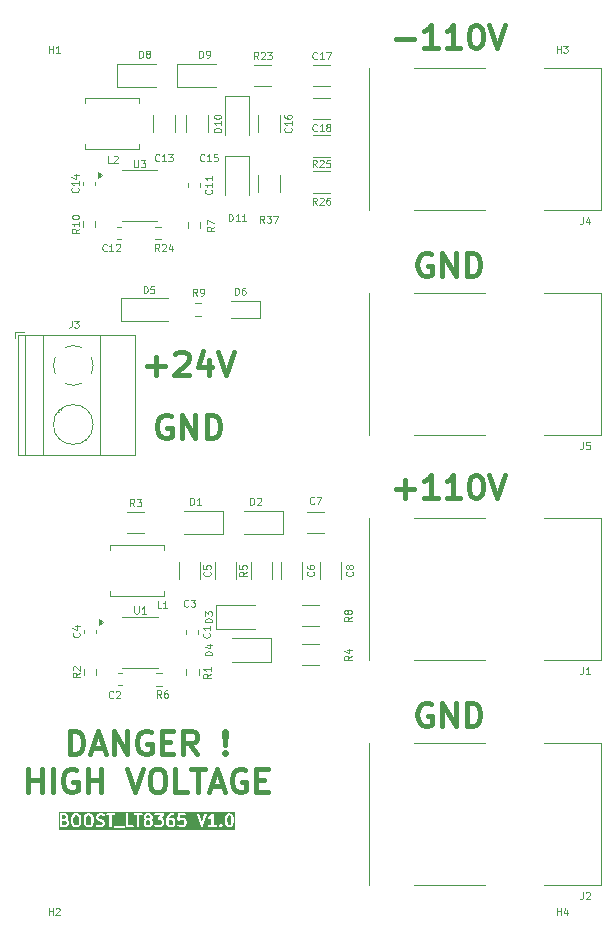
<source format=gbr>
G04 #@! TF.GenerationSoftware,KiCad,Pcbnew,8.0.6*
G04 #@! TF.CreationDate,2024-12-07T23:10:07+01:00*
G04 #@! TF.ProjectId,BOOST_LT8365,424f4f53-545f-44c5-9438-3336352e6b69,rev?*
G04 #@! TF.SameCoordinates,Original*
G04 #@! TF.FileFunction,Legend,Top*
G04 #@! TF.FilePolarity,Positive*
%FSLAX46Y46*%
G04 Gerber Fmt 4.6, Leading zero omitted, Abs format (unit mm)*
G04 Created by KiCad (PCBNEW 8.0.6) date 2024-12-07 23:10:07*
%MOMM*%
%LPD*%
G01*
G04 APERTURE LIST*
%ADD10C,0.400000*%
%ADD11C,0.200000*%
%ADD12C,0.120000*%
%ADD13C,0.100000*%
G04 APERTURE END LIST*
D10*
X136375347Y-76823533D02*
X137899157Y-76823533D01*
X137137252Y-77585438D02*
X137137252Y-76061628D01*
X138756299Y-75775914D02*
X138851537Y-75680676D01*
X138851537Y-75680676D02*
X139042013Y-75585438D01*
X139042013Y-75585438D02*
X139518204Y-75585438D01*
X139518204Y-75585438D02*
X139708680Y-75680676D01*
X139708680Y-75680676D02*
X139803918Y-75775914D01*
X139803918Y-75775914D02*
X139899156Y-75966390D01*
X139899156Y-75966390D02*
X139899156Y-76156866D01*
X139899156Y-76156866D02*
X139803918Y-76442580D01*
X139803918Y-76442580D02*
X138661061Y-77585438D01*
X138661061Y-77585438D02*
X139899156Y-77585438D01*
X141613442Y-76252104D02*
X141613442Y-77585438D01*
X141137251Y-75490200D02*
X140661061Y-76918771D01*
X140661061Y-76918771D02*
X141899156Y-76918771D01*
X142375347Y-75585438D02*
X143042013Y-77585438D01*
X143042013Y-77585438D02*
X143708680Y-75585438D01*
X160409966Y-105398676D02*
X160219490Y-105303438D01*
X160219490Y-105303438D02*
X159933776Y-105303438D01*
X159933776Y-105303438D02*
X159648061Y-105398676D01*
X159648061Y-105398676D02*
X159457585Y-105589152D01*
X159457585Y-105589152D02*
X159362347Y-105779628D01*
X159362347Y-105779628D02*
X159267109Y-106160580D01*
X159267109Y-106160580D02*
X159267109Y-106446295D01*
X159267109Y-106446295D02*
X159362347Y-106827247D01*
X159362347Y-106827247D02*
X159457585Y-107017723D01*
X159457585Y-107017723D02*
X159648061Y-107208200D01*
X159648061Y-107208200D02*
X159933776Y-107303438D01*
X159933776Y-107303438D02*
X160124252Y-107303438D01*
X160124252Y-107303438D02*
X160409966Y-107208200D01*
X160409966Y-107208200D02*
X160505204Y-107112961D01*
X160505204Y-107112961D02*
X160505204Y-106446295D01*
X160505204Y-106446295D02*
X160124252Y-106446295D01*
X161362347Y-107303438D02*
X161362347Y-105303438D01*
X161362347Y-105303438D02*
X162505204Y-107303438D01*
X162505204Y-107303438D02*
X162505204Y-105303438D01*
X163457585Y-107303438D02*
X163457585Y-105303438D01*
X163457585Y-105303438D02*
X163933775Y-105303438D01*
X163933775Y-105303438D02*
X164219490Y-105398676D01*
X164219490Y-105398676D02*
X164409966Y-105589152D01*
X164409966Y-105589152D02*
X164505204Y-105779628D01*
X164505204Y-105779628D02*
X164600442Y-106160580D01*
X164600442Y-106160580D02*
X164600442Y-106446295D01*
X164600442Y-106446295D02*
X164505204Y-106827247D01*
X164505204Y-106827247D02*
X164409966Y-107017723D01*
X164409966Y-107017723D02*
X164219490Y-107208200D01*
X164219490Y-107208200D02*
X163933775Y-107303438D01*
X163933775Y-107303438D02*
X163457585Y-107303438D01*
X157457585Y-87237533D02*
X158981395Y-87237533D01*
X158219490Y-87999438D02*
X158219490Y-86475628D01*
X160981394Y-87999438D02*
X159838537Y-87999438D01*
X160409965Y-87999438D02*
X160409965Y-85999438D01*
X160409965Y-85999438D02*
X160219489Y-86285152D01*
X160219489Y-86285152D02*
X160029013Y-86475628D01*
X160029013Y-86475628D02*
X159838537Y-86570866D01*
X162886156Y-87999438D02*
X161743299Y-87999438D01*
X162314727Y-87999438D02*
X162314727Y-85999438D01*
X162314727Y-85999438D02*
X162124251Y-86285152D01*
X162124251Y-86285152D02*
X161933775Y-86475628D01*
X161933775Y-86475628D02*
X161743299Y-86570866D01*
X164124251Y-85999438D02*
X164314728Y-85999438D01*
X164314728Y-85999438D02*
X164505204Y-86094676D01*
X164505204Y-86094676D02*
X164600442Y-86189914D01*
X164600442Y-86189914D02*
X164695680Y-86380390D01*
X164695680Y-86380390D02*
X164790918Y-86761342D01*
X164790918Y-86761342D02*
X164790918Y-87237533D01*
X164790918Y-87237533D02*
X164695680Y-87618485D01*
X164695680Y-87618485D02*
X164600442Y-87808961D01*
X164600442Y-87808961D02*
X164505204Y-87904200D01*
X164505204Y-87904200D02*
X164314728Y-87999438D01*
X164314728Y-87999438D02*
X164124251Y-87999438D01*
X164124251Y-87999438D02*
X163933775Y-87904200D01*
X163933775Y-87904200D02*
X163838537Y-87808961D01*
X163838537Y-87808961D02*
X163743299Y-87618485D01*
X163743299Y-87618485D02*
X163648061Y-87237533D01*
X163648061Y-87237533D02*
X163648061Y-86761342D01*
X163648061Y-86761342D02*
X163743299Y-86380390D01*
X163743299Y-86380390D02*
X163838537Y-86189914D01*
X163838537Y-86189914D02*
X163933775Y-86094676D01*
X163933775Y-86094676D02*
X164124251Y-85999438D01*
X165362347Y-85999438D02*
X166029013Y-87999438D01*
X166029013Y-87999438D02*
X166695680Y-85999438D01*
D11*
G36*
X129513653Y-115356430D02*
G01*
X129533105Y-115375882D01*
X129562910Y-115435492D01*
X129562910Y-115531135D01*
X129533105Y-115590743D01*
X129508436Y-115615413D01*
X129448827Y-115645219D01*
X129191482Y-115645219D01*
X129191482Y-115321409D01*
X129408588Y-115321409D01*
X129513653Y-115356430D01*
G37*
G36*
X129460817Y-114875024D02*
G01*
X129485486Y-114899692D01*
X129515291Y-114959302D01*
X129515291Y-115007326D01*
X129485486Y-115066935D01*
X129460817Y-115091603D01*
X129401208Y-115121409D01*
X129191482Y-115121409D01*
X129191482Y-114845219D01*
X129401208Y-114845219D01*
X129460817Y-114875024D01*
G37*
G36*
X130508435Y-114875023D02*
G01*
X130572614Y-114939202D01*
X130610529Y-115090861D01*
X130610529Y-115399575D01*
X130572613Y-115551235D01*
X130508437Y-115615413D01*
X130448827Y-115645219D01*
X130305565Y-115645219D01*
X130245955Y-115615414D01*
X130181778Y-115551236D01*
X130143863Y-115399575D01*
X130143863Y-115090862D01*
X130181778Y-114939202D01*
X130245957Y-114875023D01*
X130305565Y-114845219D01*
X130448827Y-114845219D01*
X130508435Y-114875023D01*
G37*
G36*
X131556054Y-114875023D02*
G01*
X131620233Y-114939202D01*
X131658148Y-115090861D01*
X131658148Y-115399575D01*
X131620232Y-115551235D01*
X131556056Y-115615413D01*
X131496446Y-115645219D01*
X131353184Y-115645219D01*
X131293574Y-115615414D01*
X131229397Y-115551236D01*
X131191482Y-115399575D01*
X131191482Y-115090862D01*
X131229397Y-114939202D01*
X131293576Y-114875023D01*
X131353184Y-114845219D01*
X131496446Y-114845219D01*
X131556054Y-114875023D01*
G37*
G36*
X136603675Y-115303595D02*
G01*
X136628344Y-115328263D01*
X136658149Y-115387873D01*
X136658149Y-115531135D01*
X136628344Y-115590743D01*
X136603675Y-115615413D01*
X136544066Y-115645219D01*
X136400804Y-115645219D01*
X136341194Y-115615414D01*
X136316527Y-115590746D01*
X136286721Y-115531134D01*
X136286721Y-115387873D01*
X136316526Y-115328263D01*
X136341194Y-115303594D01*
X136400804Y-115273790D01*
X136544066Y-115273790D01*
X136603675Y-115303595D01*
G37*
G36*
X136603675Y-114875024D02*
G01*
X136628344Y-114899692D01*
X136658149Y-114959302D01*
X136658149Y-114959707D01*
X136628344Y-115019316D01*
X136603675Y-115043984D01*
X136544066Y-115073790D01*
X136400804Y-115073790D01*
X136341194Y-115043985D01*
X136316526Y-115019316D01*
X136286721Y-114959706D01*
X136286721Y-114959302D01*
X136316526Y-114899692D01*
X136341194Y-114875023D01*
X136400804Y-114845219D01*
X136544066Y-114845219D01*
X136603675Y-114875024D01*
G37*
G36*
X138508437Y-115255976D02*
G01*
X138533106Y-115280644D01*
X138562911Y-115340254D01*
X138562911Y-115531135D01*
X138533106Y-115590743D01*
X138508437Y-115615413D01*
X138448828Y-115645219D01*
X138305566Y-115645219D01*
X138245956Y-115615414D01*
X138221289Y-115590746D01*
X138191483Y-115531134D01*
X138191483Y-115340254D01*
X138221288Y-115280644D01*
X138245956Y-115255975D01*
X138305566Y-115226171D01*
X138448828Y-115226171D01*
X138508437Y-115255976D01*
G37*
G36*
X143413199Y-114875024D02*
G01*
X143437868Y-114899692D01*
X143473321Y-114970599D01*
X143515292Y-115138480D01*
X143515292Y-115351956D01*
X143473321Y-115519837D01*
X143437868Y-115590743D01*
X143413199Y-115615413D01*
X143353590Y-115645219D01*
X143305566Y-115645219D01*
X143245956Y-115615414D01*
X143221289Y-115590746D01*
X143185834Y-115519837D01*
X143143864Y-115351956D01*
X143143864Y-115138481D01*
X143185834Y-114970599D01*
X143221288Y-114899692D01*
X143245956Y-114875023D01*
X143305566Y-114845219D01*
X143353590Y-114845219D01*
X143413199Y-114875024D01*
G37*
G36*
X143826403Y-116051568D02*
G01*
X128880371Y-116051568D01*
X128880371Y-114745219D01*
X128991482Y-114745219D01*
X128991482Y-115745219D01*
X128993403Y-115764728D01*
X129008335Y-115800776D01*
X129035925Y-115828366D01*
X129071973Y-115843298D01*
X129091482Y-115845219D01*
X129472434Y-115845219D01*
X129491943Y-115843298D01*
X129495263Y-115841922D01*
X129498847Y-115841668D01*
X129517155Y-115834662D01*
X129612393Y-115787043D01*
X129620788Y-115781758D01*
X129623230Y-115780747D01*
X129625977Y-115778491D01*
X129628983Y-115776600D01*
X129630713Y-115774605D01*
X129638383Y-115768310D01*
X129686002Y-115720690D01*
X129692294Y-115713023D01*
X129694291Y-115711292D01*
X129696184Y-115708284D01*
X129698439Y-115705537D01*
X129699450Y-115703095D01*
X129704734Y-115694701D01*
X129752353Y-115599464D01*
X129759359Y-115581155D01*
X129759613Y-115577571D01*
X129760989Y-115574251D01*
X129762910Y-115554742D01*
X129762910Y-115411885D01*
X129760989Y-115392376D01*
X129759613Y-115389055D01*
X129759359Y-115385472D01*
X129752353Y-115367163D01*
X129704734Y-115271926D01*
X129699448Y-115263529D01*
X129698438Y-115261089D01*
X129696184Y-115258343D01*
X129694291Y-115255335D01*
X129692293Y-115253602D01*
X129686001Y-115245936D01*
X129638383Y-115198317D01*
X129637594Y-115197669D01*
X129638382Y-115196882D01*
X129644674Y-115189215D01*
X129646672Y-115187483D01*
X129648565Y-115184474D01*
X129650819Y-115181729D01*
X129651829Y-115179288D01*
X129657115Y-115170892D01*
X129703285Y-115078552D01*
X129943863Y-115078552D01*
X129943863Y-115411885D01*
X129944198Y-115415287D01*
X129943981Y-115416746D01*
X129945060Y-115424043D01*
X129945784Y-115431394D01*
X129946348Y-115432757D01*
X129946849Y-115436139D01*
X129994468Y-115626614D01*
X130001063Y-115645075D01*
X130005488Y-115651047D01*
X130008334Y-115657918D01*
X130020771Y-115673071D01*
X130116009Y-115768311D01*
X130123677Y-115774604D01*
X130125408Y-115776600D01*
X130128415Y-115778493D01*
X130131162Y-115780747D01*
X130133602Y-115781757D01*
X130141999Y-115787043D01*
X130237236Y-115834662D01*
X130255545Y-115841668D01*
X130259128Y-115841922D01*
X130262449Y-115843298D01*
X130281958Y-115845219D01*
X130472434Y-115845219D01*
X130491943Y-115843298D01*
X130495263Y-115841922D01*
X130498847Y-115841668D01*
X130517155Y-115834662D01*
X130612393Y-115787043D01*
X130620788Y-115781758D01*
X130623230Y-115780747D01*
X130625977Y-115778491D01*
X130628983Y-115776600D01*
X130630713Y-115774605D01*
X130638383Y-115768310D01*
X130733621Y-115673071D01*
X130746058Y-115657918D01*
X130748903Y-115651047D01*
X130753329Y-115645075D01*
X130759924Y-115626615D01*
X130807543Y-115436139D01*
X130808043Y-115432757D01*
X130808608Y-115431394D01*
X130809331Y-115424043D01*
X130810411Y-115416746D01*
X130810193Y-115415287D01*
X130810529Y-115411885D01*
X130810529Y-115078552D01*
X130991482Y-115078552D01*
X130991482Y-115411885D01*
X130991817Y-115415287D01*
X130991600Y-115416746D01*
X130992679Y-115424043D01*
X130993403Y-115431394D01*
X130993967Y-115432757D01*
X130994468Y-115436139D01*
X131042087Y-115626614D01*
X131048682Y-115645075D01*
X131053107Y-115651047D01*
X131055953Y-115657918D01*
X131068390Y-115673071D01*
X131163628Y-115768311D01*
X131171296Y-115774604D01*
X131173027Y-115776600D01*
X131176034Y-115778493D01*
X131178781Y-115780747D01*
X131181221Y-115781757D01*
X131189618Y-115787043D01*
X131284855Y-115834662D01*
X131303164Y-115841668D01*
X131306747Y-115841922D01*
X131310068Y-115843298D01*
X131329577Y-115845219D01*
X131520053Y-115845219D01*
X131539562Y-115843298D01*
X131542882Y-115841922D01*
X131546466Y-115841668D01*
X131564774Y-115834662D01*
X131660012Y-115787043D01*
X131668407Y-115781758D01*
X131670849Y-115780747D01*
X131673596Y-115778491D01*
X131676602Y-115776600D01*
X131678332Y-115774605D01*
X131686002Y-115768310D01*
X131781240Y-115673071D01*
X131793677Y-115657918D01*
X131796522Y-115651047D01*
X131800948Y-115645075D01*
X131807543Y-115626615D01*
X131855162Y-115436139D01*
X131855662Y-115432757D01*
X131856227Y-115431394D01*
X131856950Y-115424043D01*
X131858030Y-115416746D01*
X131857812Y-115415287D01*
X131858148Y-115411885D01*
X131858148Y-115078552D01*
X131857812Y-115075149D01*
X131858030Y-115073691D01*
X131856950Y-115066393D01*
X131856227Y-115059043D01*
X131855662Y-115057679D01*
X131855162Y-115054298D01*
X131825511Y-114935695D01*
X132039101Y-114935695D01*
X132039101Y-115030933D01*
X132041022Y-115050442D01*
X132042397Y-115053762D01*
X132042652Y-115057346D01*
X132049658Y-115075654D01*
X132097277Y-115170892D01*
X132102562Y-115179288D01*
X132103573Y-115181728D01*
X132105826Y-115184474D01*
X132107720Y-115187482D01*
X132109714Y-115189211D01*
X132116009Y-115196882D01*
X132163628Y-115244500D01*
X132171294Y-115250792D01*
X132173027Y-115252790D01*
X132176035Y-115254683D01*
X132178781Y-115256937D01*
X132181221Y-115257947D01*
X132189618Y-115263233D01*
X132284855Y-115310852D01*
X132286283Y-115311398D01*
X132286863Y-115311828D01*
X132295039Y-115314749D01*
X132303164Y-115317858D01*
X132303884Y-115317909D01*
X132305323Y-115318423D01*
X132485148Y-115363379D01*
X132556055Y-115398833D01*
X132580724Y-115423501D01*
X132610529Y-115483111D01*
X132610529Y-115531135D01*
X132580724Y-115590743D01*
X132556055Y-115615413D01*
X132496446Y-115645219D01*
X132298184Y-115645219D01*
X132170724Y-115602732D01*
X132151608Y-115598385D01*
X132112688Y-115601151D01*
X132077789Y-115618601D01*
X132052224Y-115648077D01*
X132039886Y-115685093D01*
X132042652Y-115724013D01*
X132060102Y-115758912D01*
X132089578Y-115784477D01*
X132107478Y-115792468D01*
X132250335Y-115840087D01*
X132260007Y-115842286D01*
X132262449Y-115843298D01*
X132265986Y-115843646D01*
X132269450Y-115844434D01*
X132272084Y-115844246D01*
X132281958Y-115845219D01*
X132520053Y-115845219D01*
X132539562Y-115843298D01*
X132542882Y-115841922D01*
X132546466Y-115841668D01*
X132564774Y-115834662D01*
X132660012Y-115787043D01*
X132668407Y-115781758D01*
X132670849Y-115780747D01*
X132673596Y-115778491D01*
X132676602Y-115776600D01*
X132678332Y-115774605D01*
X132686002Y-115768310D01*
X132733621Y-115720690D01*
X132739913Y-115713023D01*
X132741910Y-115711292D01*
X132743803Y-115708284D01*
X132746058Y-115705537D01*
X132747069Y-115703095D01*
X132752353Y-115694701D01*
X132799972Y-115599464D01*
X132806978Y-115581155D01*
X132807232Y-115577571D01*
X132808608Y-115574251D01*
X132810529Y-115554742D01*
X132810529Y-115459504D01*
X132808608Y-115439995D01*
X132807232Y-115436674D01*
X132806978Y-115433091D01*
X132799972Y-115414782D01*
X132752353Y-115319545D01*
X132747067Y-115311148D01*
X132746057Y-115308708D01*
X132743803Y-115305962D01*
X132741910Y-115302954D01*
X132739912Y-115301221D01*
X132733620Y-115293555D01*
X132686002Y-115245936D01*
X132678331Y-115239641D01*
X132676602Y-115237647D01*
X132673594Y-115235753D01*
X132670848Y-115233500D01*
X132668408Y-115232489D01*
X132660012Y-115227204D01*
X132564774Y-115179585D01*
X132563347Y-115179039D01*
X132562767Y-115178609D01*
X132554590Y-115175687D01*
X132546466Y-115172579D01*
X132545743Y-115172527D01*
X132544306Y-115172014D01*
X132364481Y-115127057D01*
X132293574Y-115091604D01*
X132268906Y-115066935D01*
X132239101Y-115007325D01*
X132239101Y-114959302D01*
X132268906Y-114899692D01*
X132293574Y-114875023D01*
X132353184Y-114845219D01*
X132551445Y-114845219D01*
X132678906Y-114887706D01*
X132698021Y-114892053D01*
X132736941Y-114889287D01*
X132771840Y-114871837D01*
X132797405Y-114842361D01*
X132809744Y-114805345D01*
X132806977Y-114766425D01*
X132789528Y-114731526D01*
X132782822Y-114725710D01*
X132898165Y-114725710D01*
X132898165Y-114764728D01*
X132913097Y-114800776D01*
X132940687Y-114828366D01*
X132976735Y-114843298D01*
X132996244Y-114845219D01*
X133181958Y-114845219D01*
X133181958Y-115745219D01*
X133183879Y-115764728D01*
X133198811Y-115800776D01*
X133226401Y-115828366D01*
X133262449Y-115843298D01*
X133301467Y-115843298D01*
X133337515Y-115828366D01*
X133344933Y-115820948D01*
X133564832Y-115820948D01*
X133564832Y-115859966D01*
X133579764Y-115896014D01*
X133607354Y-115923604D01*
X133643402Y-115938536D01*
X133662911Y-115940457D01*
X134424815Y-115940457D01*
X134444324Y-115938536D01*
X134480372Y-115923604D01*
X134507962Y-115896014D01*
X134522894Y-115859966D01*
X134522894Y-115820948D01*
X134507962Y-115784900D01*
X134480372Y-115757310D01*
X134444324Y-115742378D01*
X134424815Y-115740457D01*
X133662911Y-115740457D01*
X133643402Y-115742378D01*
X133607354Y-115757310D01*
X133579764Y-115784900D01*
X133564832Y-115820948D01*
X133344933Y-115820948D01*
X133365105Y-115800776D01*
X133380037Y-115764728D01*
X133381958Y-115745219D01*
X133381958Y-114845219D01*
X133567672Y-114845219D01*
X133587181Y-114843298D01*
X133623229Y-114828366D01*
X133650819Y-114800776D01*
X133665751Y-114764728D01*
X133665751Y-114745219D01*
X134562911Y-114745219D01*
X134562911Y-115745219D01*
X134564832Y-115764728D01*
X134579764Y-115800776D01*
X134607354Y-115828366D01*
X134643402Y-115843298D01*
X134662911Y-115845219D01*
X135139101Y-115845219D01*
X135158610Y-115843298D01*
X135194658Y-115828366D01*
X135222248Y-115800776D01*
X135237180Y-115764728D01*
X135237180Y-115725710D01*
X135222248Y-115689662D01*
X135194658Y-115662072D01*
X135158610Y-115647140D01*
X135139101Y-115645219D01*
X134762911Y-115645219D01*
X134762911Y-114745219D01*
X134760990Y-114725710D01*
X135231499Y-114725710D01*
X135231499Y-114764728D01*
X135246431Y-114800776D01*
X135274021Y-114828366D01*
X135310069Y-114843298D01*
X135329578Y-114845219D01*
X135515292Y-114845219D01*
X135515292Y-115745219D01*
X135517213Y-115764728D01*
X135532145Y-115800776D01*
X135559735Y-115828366D01*
X135595783Y-115843298D01*
X135634801Y-115843298D01*
X135670849Y-115828366D01*
X135698439Y-115800776D01*
X135713371Y-115764728D01*
X135715292Y-115745219D01*
X135715292Y-114935695D01*
X136086721Y-114935695D01*
X136086721Y-114983314D01*
X136088642Y-115002823D01*
X136090017Y-115006143D01*
X136090272Y-115009727D01*
X136097278Y-115028035D01*
X136144897Y-115123273D01*
X136150182Y-115131669D01*
X136151193Y-115134109D01*
X136153446Y-115136855D01*
X136155340Y-115139863D01*
X136157334Y-115141592D01*
X136163629Y-115149263D01*
X136188156Y-115173790D01*
X136163629Y-115198317D01*
X136157334Y-115205987D01*
X136155340Y-115207717D01*
X136153446Y-115210724D01*
X136151193Y-115213471D01*
X136150182Y-115215910D01*
X136144897Y-115224307D01*
X136097278Y-115319545D01*
X136090272Y-115337853D01*
X136090017Y-115341436D01*
X136088642Y-115344757D01*
X136086721Y-115364266D01*
X136086721Y-115554742D01*
X136088642Y-115574251D01*
X136090017Y-115577571D01*
X136090272Y-115581155D01*
X136097278Y-115599463D01*
X136144897Y-115694701D01*
X136150180Y-115703093D01*
X136151192Y-115705537D01*
X136153448Y-115708286D01*
X136155340Y-115711291D01*
X136157334Y-115713020D01*
X136163629Y-115720690D01*
X136211247Y-115768310D01*
X136218915Y-115774603D01*
X136220647Y-115776600D01*
X136223655Y-115778493D01*
X136226401Y-115780747D01*
X136228841Y-115781757D01*
X136237238Y-115787043D01*
X136332475Y-115834662D01*
X136350784Y-115841668D01*
X136354367Y-115841922D01*
X136357688Y-115843298D01*
X136377197Y-115845219D01*
X136567673Y-115845219D01*
X136587182Y-115843298D01*
X136590502Y-115841922D01*
X136594086Y-115841668D01*
X136612394Y-115834662D01*
X136707632Y-115787043D01*
X136716027Y-115781758D01*
X136718469Y-115780747D01*
X136721216Y-115778491D01*
X136724222Y-115776600D01*
X136725952Y-115774605D01*
X136733622Y-115768310D01*
X136781241Y-115720690D01*
X136787533Y-115713023D01*
X136789530Y-115711292D01*
X136791423Y-115708284D01*
X136793678Y-115705537D01*
X136794689Y-115703095D01*
X136799973Y-115694701D01*
X136847592Y-115599464D01*
X136854598Y-115581155D01*
X136854852Y-115577571D01*
X136856228Y-115574251D01*
X136858149Y-115554742D01*
X136858149Y-115364266D01*
X136856228Y-115344757D01*
X136854852Y-115341436D01*
X136854598Y-115337853D01*
X136847592Y-115319544D01*
X136799973Y-115224307D01*
X136794687Y-115215910D01*
X136793677Y-115213470D01*
X136791423Y-115210724D01*
X136789530Y-115207716D01*
X136787532Y-115205983D01*
X136781240Y-115198317D01*
X136756713Y-115173790D01*
X136781240Y-115149263D01*
X136787532Y-115141596D01*
X136789530Y-115139864D01*
X136791423Y-115136855D01*
X136793677Y-115134110D01*
X136794687Y-115131669D01*
X136799973Y-115123273D01*
X136847592Y-115028036D01*
X136854598Y-115009727D01*
X136854852Y-115006143D01*
X136856228Y-115002823D01*
X136858149Y-114983314D01*
X136858149Y-114935695D01*
X136856228Y-114916186D01*
X136854852Y-114912865D01*
X136854598Y-114909282D01*
X136847592Y-114890973D01*
X136799973Y-114795736D01*
X136794687Y-114787339D01*
X136793677Y-114784899D01*
X136791423Y-114782153D01*
X136789530Y-114779145D01*
X136787532Y-114777412D01*
X136781240Y-114769746D01*
X136737205Y-114725710D01*
X136993404Y-114725710D01*
X136993404Y-114764728D01*
X137008336Y-114800776D01*
X137035926Y-114828366D01*
X137071974Y-114843298D01*
X137091483Y-114845219D01*
X137490153Y-114845219D01*
X137301939Y-115060321D01*
X137295909Y-115068754D01*
X137294050Y-115070614D01*
X137293319Y-115072377D01*
X137290538Y-115076268D01*
X137285333Y-115091656D01*
X137279118Y-115106662D01*
X137279118Y-115110035D01*
X137278038Y-115113229D01*
X137279118Y-115129431D01*
X137279118Y-115145680D01*
X137280408Y-115148795D01*
X137280633Y-115152161D01*
X137287833Y-115166721D01*
X137294050Y-115181728D01*
X137296434Y-115184112D01*
X137297930Y-115187136D01*
X137310155Y-115197833D01*
X137321640Y-115209318D01*
X137324754Y-115210608D01*
X137327294Y-115212830D01*
X137342682Y-115218034D01*
X137357688Y-115224250D01*
X137362447Y-115224718D01*
X137364255Y-115225330D01*
X137366879Y-115225155D01*
X137377197Y-115226171D01*
X137496447Y-115226171D01*
X137556056Y-115255976D01*
X137580725Y-115280644D01*
X137610530Y-115340254D01*
X137610530Y-115531135D01*
X137580725Y-115590743D01*
X137556056Y-115615413D01*
X137496447Y-115645219D01*
X137257947Y-115645219D01*
X137198337Y-115615414D01*
X137162194Y-115579270D01*
X137147041Y-115566833D01*
X137110993Y-115551902D01*
X137071975Y-115551901D01*
X137035926Y-115566832D01*
X137008336Y-115594422D01*
X136993405Y-115630470D01*
X136993404Y-115669488D01*
X137008335Y-115705537D01*
X137020772Y-115720690D01*
X137068390Y-115768310D01*
X137076058Y-115774603D01*
X137077790Y-115776600D01*
X137080798Y-115778493D01*
X137083544Y-115780747D01*
X137085984Y-115781757D01*
X137094381Y-115787043D01*
X137189618Y-115834662D01*
X137207927Y-115841668D01*
X137211510Y-115841922D01*
X137214831Y-115843298D01*
X137234340Y-115845219D01*
X137520054Y-115845219D01*
X137539563Y-115843298D01*
X137542883Y-115841922D01*
X137546467Y-115841668D01*
X137564775Y-115834662D01*
X137660013Y-115787043D01*
X137668408Y-115781758D01*
X137670850Y-115780747D01*
X137673597Y-115778491D01*
X137676603Y-115776600D01*
X137678333Y-115774605D01*
X137686003Y-115768310D01*
X137733622Y-115720690D01*
X137739914Y-115713023D01*
X137741911Y-115711292D01*
X137743804Y-115708284D01*
X137746059Y-115705537D01*
X137747070Y-115703095D01*
X137752354Y-115694701D01*
X137799973Y-115599464D01*
X137806979Y-115581155D01*
X137807233Y-115577571D01*
X137808609Y-115574251D01*
X137810530Y-115554742D01*
X137810530Y-115316647D01*
X137808609Y-115297138D01*
X137807233Y-115293817D01*
X137806979Y-115290234D01*
X137799973Y-115271925D01*
X137752354Y-115176688D01*
X137750530Y-115173790D01*
X137991483Y-115173790D01*
X137991483Y-115554742D01*
X137993404Y-115574251D01*
X137994779Y-115577571D01*
X137995034Y-115581155D01*
X138002040Y-115599463D01*
X138049659Y-115694701D01*
X138054942Y-115703093D01*
X138055954Y-115705537D01*
X138058210Y-115708286D01*
X138060102Y-115711291D01*
X138062096Y-115713020D01*
X138068391Y-115720690D01*
X138116009Y-115768310D01*
X138123677Y-115774603D01*
X138125409Y-115776600D01*
X138128417Y-115778493D01*
X138131163Y-115780747D01*
X138133603Y-115781757D01*
X138142000Y-115787043D01*
X138237237Y-115834662D01*
X138255546Y-115841668D01*
X138259129Y-115841922D01*
X138262450Y-115843298D01*
X138281959Y-115845219D01*
X138472435Y-115845219D01*
X138491944Y-115843298D01*
X138495264Y-115841922D01*
X138498848Y-115841668D01*
X138517156Y-115834662D01*
X138612394Y-115787043D01*
X138620789Y-115781758D01*
X138623231Y-115780747D01*
X138625978Y-115778491D01*
X138628984Y-115776600D01*
X138630714Y-115774605D01*
X138638384Y-115768310D01*
X138686003Y-115720690D01*
X138692295Y-115713023D01*
X138694292Y-115711292D01*
X138696185Y-115708284D01*
X138698440Y-115705537D01*
X138699451Y-115703095D01*
X138704735Y-115694701D01*
X138752354Y-115599464D01*
X138759360Y-115581155D01*
X138759614Y-115577571D01*
X138760990Y-115574251D01*
X138762911Y-115554742D01*
X138762911Y-115316647D01*
X138760990Y-115297138D01*
X138759614Y-115293817D01*
X138759360Y-115290234D01*
X138752354Y-115271925D01*
X138731922Y-115231062D01*
X138944331Y-115231062D01*
X138945785Y-115235880D01*
X138945785Y-115240918D01*
X138951381Y-115254427D01*
X138955602Y-115268417D01*
X138958789Y-115272313D01*
X138960717Y-115276966D01*
X138971053Y-115287302D01*
X138980309Y-115298615D01*
X138984746Y-115300995D01*
X138988307Y-115304556D01*
X139001812Y-115310150D01*
X139014693Y-115317060D01*
X139019702Y-115317560D01*
X139024355Y-115319488D01*
X139038976Y-115319488D01*
X139053517Y-115320942D01*
X139058336Y-115319488D01*
X139063373Y-115319488D01*
X139076882Y-115313891D01*
X139090872Y-115309671D01*
X139094768Y-115306483D01*
X139099421Y-115304556D01*
X139114575Y-115292120D01*
X139150718Y-115255975D01*
X139210328Y-115226171D01*
X139401209Y-115226171D01*
X139460818Y-115255976D01*
X139485487Y-115280644D01*
X139515292Y-115340254D01*
X139515292Y-115531135D01*
X139485487Y-115590743D01*
X139460818Y-115615413D01*
X139401209Y-115645219D01*
X139210328Y-115645219D01*
X139150718Y-115615414D01*
X139114575Y-115579270D01*
X139099422Y-115566833D01*
X139063374Y-115551902D01*
X139024356Y-115551901D01*
X138988307Y-115566832D01*
X138960717Y-115594422D01*
X138945786Y-115630470D01*
X138945785Y-115669488D01*
X138960716Y-115705537D01*
X138973153Y-115720690D01*
X139020771Y-115768310D01*
X139028439Y-115774603D01*
X139030171Y-115776600D01*
X139033179Y-115778493D01*
X139035925Y-115780747D01*
X139038365Y-115781757D01*
X139046762Y-115787043D01*
X139141999Y-115834662D01*
X139160308Y-115841668D01*
X139163891Y-115841922D01*
X139167212Y-115843298D01*
X139186721Y-115845219D01*
X139424816Y-115845219D01*
X139444325Y-115843298D01*
X139447645Y-115841922D01*
X139451229Y-115841668D01*
X139469537Y-115834662D01*
X139564775Y-115787043D01*
X139573170Y-115781758D01*
X139575612Y-115780747D01*
X139578359Y-115778491D01*
X139581365Y-115776600D01*
X139583095Y-115774605D01*
X139590765Y-115768310D01*
X139638384Y-115720690D01*
X139644676Y-115713023D01*
X139646673Y-115711292D01*
X139648566Y-115708284D01*
X139650821Y-115705537D01*
X139651832Y-115703095D01*
X139657116Y-115694701D01*
X139704735Y-115599464D01*
X139711741Y-115581155D01*
X139711995Y-115577571D01*
X139713371Y-115574251D01*
X139715292Y-115554742D01*
X139715292Y-115316647D01*
X139713371Y-115297138D01*
X139711995Y-115293817D01*
X139711741Y-115290234D01*
X139704735Y-115271925D01*
X139657116Y-115176688D01*
X139651830Y-115168291D01*
X139650820Y-115165851D01*
X139648566Y-115163105D01*
X139646673Y-115160097D01*
X139644675Y-115158364D01*
X139638383Y-115150698D01*
X139590765Y-115103079D01*
X139583094Y-115096784D01*
X139581365Y-115094790D01*
X139578357Y-115092896D01*
X139575611Y-115090643D01*
X139573171Y-115089632D01*
X139564775Y-115084347D01*
X139469537Y-115036728D01*
X139451229Y-115029722D01*
X139447645Y-115029467D01*
X139444325Y-115028092D01*
X139424816Y-115026171D01*
X139186721Y-115026171D01*
X139167212Y-115028092D01*
X139163891Y-115029467D01*
X139163554Y-115029491D01*
X139181982Y-114845219D01*
X139567673Y-114845219D01*
X139587182Y-114843298D01*
X139623230Y-114828366D01*
X139650820Y-114800776D01*
X139665752Y-114764728D01*
X139665752Y-114757726D01*
X140563697Y-114757726D01*
X140568044Y-114776842D01*
X140901377Y-115776841D01*
X140909368Y-115794742D01*
X140914051Y-115800141D01*
X140917246Y-115806531D01*
X140926717Y-115814746D01*
X140934933Y-115824218D01*
X140941321Y-115827412D01*
X140946722Y-115832096D01*
X140958623Y-115836063D01*
X140969832Y-115841667D01*
X140976956Y-115842173D01*
X140983738Y-115844434D01*
X140996247Y-115843544D01*
X141008752Y-115844434D01*
X141015530Y-115842174D01*
X141022658Y-115841668D01*
X141033874Y-115836059D01*
X141045768Y-115832095D01*
X141051165Y-115827414D01*
X141057557Y-115824218D01*
X141065775Y-115814742D01*
X141075244Y-115806530D01*
X141078437Y-115800143D01*
X141083122Y-115794742D01*
X141091113Y-115776842D01*
X141343918Y-115018426D01*
X141516078Y-115018426D01*
X141518844Y-115057346D01*
X141536293Y-115092245D01*
X141565770Y-115117809D01*
X141602786Y-115130148D01*
X141641706Y-115127382D01*
X141660014Y-115120376D01*
X141755252Y-115072757D01*
X141763648Y-115067471D01*
X141766088Y-115066461D01*
X141768834Y-115064207D01*
X141771842Y-115062314D01*
X141773571Y-115060319D01*
X141781242Y-115054025D01*
X141801007Y-115034260D01*
X141801007Y-115645219D01*
X141615293Y-115645219D01*
X141595784Y-115647140D01*
X141559736Y-115662072D01*
X141532146Y-115689662D01*
X141517214Y-115725710D01*
X141517214Y-115764728D01*
X141532146Y-115800776D01*
X141559736Y-115828366D01*
X141595784Y-115843298D01*
X141615293Y-115845219D01*
X142186721Y-115845219D01*
X142206230Y-115843298D01*
X142242278Y-115828366D01*
X142269868Y-115800776D01*
X142284800Y-115764728D01*
X142284800Y-115725710D01*
X142269868Y-115689662D01*
X142258297Y-115678091D01*
X142469595Y-115678091D01*
X142469595Y-115717109D01*
X142476058Y-115732711D01*
X142484527Y-115753158D01*
X142484531Y-115753162D01*
X142496963Y-115768311D01*
X142544582Y-115815929D01*
X142559735Y-115828366D01*
X142568738Y-115832095D01*
X142595784Y-115843298D01*
X142634802Y-115843298D01*
X142670850Y-115828366D01*
X142686004Y-115815930D01*
X142733622Y-115768311D01*
X142746059Y-115753158D01*
X142752811Y-115736856D01*
X142760990Y-115717110D01*
X142760991Y-115678092D01*
X142746060Y-115642043D01*
X142733623Y-115626890D01*
X142686004Y-115579270D01*
X142670851Y-115566833D01*
X142644584Y-115555953D01*
X142634802Y-115551901D01*
X142595784Y-115551901D01*
X142586002Y-115555953D01*
X142559736Y-115566832D01*
X142559735Y-115566833D01*
X142544581Y-115579270D01*
X142496963Y-115626890D01*
X142484526Y-115642043D01*
X142474513Y-115666219D01*
X142469595Y-115678091D01*
X142258297Y-115678091D01*
X142242278Y-115662072D01*
X142206230Y-115647140D01*
X142186721Y-115645219D01*
X142001007Y-115645219D01*
X142001007Y-115126171D01*
X142943864Y-115126171D01*
X142943864Y-115364266D01*
X142944199Y-115367668D01*
X142943982Y-115369127D01*
X142945061Y-115376424D01*
X142945785Y-115383775D01*
X142946349Y-115385138D01*
X142946850Y-115388520D01*
X142994469Y-115578995D01*
X142994982Y-115580432D01*
X142995034Y-115581155D01*
X142998142Y-115589279D01*
X143001064Y-115597456D01*
X143001494Y-115598036D01*
X143002040Y-115599463D01*
X143049659Y-115694701D01*
X143054942Y-115703093D01*
X143055954Y-115705537D01*
X143058210Y-115708286D01*
X143060102Y-115711291D01*
X143062096Y-115713020D01*
X143068391Y-115720690D01*
X143116009Y-115768310D01*
X143123677Y-115774603D01*
X143125409Y-115776600D01*
X143128417Y-115778493D01*
X143131163Y-115780747D01*
X143133603Y-115781757D01*
X143142000Y-115787043D01*
X143237237Y-115834662D01*
X143255546Y-115841668D01*
X143259129Y-115841922D01*
X143262450Y-115843298D01*
X143281959Y-115845219D01*
X143377197Y-115845219D01*
X143396706Y-115843298D01*
X143400026Y-115841922D01*
X143403610Y-115841668D01*
X143421918Y-115834662D01*
X143517156Y-115787043D01*
X143525551Y-115781758D01*
X143527993Y-115780747D01*
X143530740Y-115778491D01*
X143533746Y-115776600D01*
X143535476Y-115774605D01*
X143543146Y-115768310D01*
X143590765Y-115720690D01*
X143597057Y-115713023D01*
X143599054Y-115711292D01*
X143600947Y-115708284D01*
X143603202Y-115705537D01*
X143604213Y-115703095D01*
X143609497Y-115694701D01*
X143657116Y-115599464D01*
X143657662Y-115598035D01*
X143658092Y-115597456D01*
X143661013Y-115589279D01*
X143664122Y-115581155D01*
X143664173Y-115580434D01*
X143664687Y-115578996D01*
X143712306Y-115388520D01*
X143712806Y-115385138D01*
X143713371Y-115383775D01*
X143714094Y-115376424D01*
X143715174Y-115369127D01*
X143714956Y-115367668D01*
X143715292Y-115364266D01*
X143715292Y-115126171D01*
X143714956Y-115122768D01*
X143715174Y-115121310D01*
X143714094Y-115114012D01*
X143713371Y-115106662D01*
X143712806Y-115105298D01*
X143712306Y-115101917D01*
X143664687Y-114911441D01*
X143664173Y-114910002D01*
X143664122Y-114909282D01*
X143661013Y-114901157D01*
X143658092Y-114892981D01*
X143657662Y-114892401D01*
X143657116Y-114890973D01*
X143609497Y-114795736D01*
X143604211Y-114787339D01*
X143603201Y-114784899D01*
X143600947Y-114782153D01*
X143599054Y-114779145D01*
X143597056Y-114777412D01*
X143590764Y-114769746D01*
X143543146Y-114722127D01*
X143535475Y-114715832D01*
X143533746Y-114713838D01*
X143530738Y-114711944D01*
X143527992Y-114709691D01*
X143525552Y-114708680D01*
X143517156Y-114703395D01*
X143421918Y-114655776D01*
X143403610Y-114648770D01*
X143400026Y-114648515D01*
X143396706Y-114647140D01*
X143377197Y-114645219D01*
X143281959Y-114645219D01*
X143262450Y-114647140D01*
X143259129Y-114648515D01*
X143255546Y-114648770D01*
X143237237Y-114655776D01*
X143142000Y-114703395D01*
X143133603Y-114708680D01*
X143131163Y-114709691D01*
X143128417Y-114711944D01*
X143125409Y-114713838D01*
X143123676Y-114715835D01*
X143116010Y-114722128D01*
X143068391Y-114769746D01*
X143062096Y-114777416D01*
X143060102Y-114779146D01*
X143058208Y-114782153D01*
X143055955Y-114784900D01*
X143054944Y-114787339D01*
X143049659Y-114795736D01*
X143002040Y-114890974D01*
X143001494Y-114892400D01*
X143001064Y-114892981D01*
X142998142Y-114901157D01*
X142995034Y-114909282D01*
X142994982Y-114910004D01*
X142994469Y-114911442D01*
X142946850Y-115101917D01*
X142946349Y-115105298D01*
X142945785Y-115106662D01*
X142945061Y-115114012D01*
X142943982Y-115121310D01*
X142944199Y-115122768D01*
X142943864Y-115126171D01*
X142001007Y-115126171D01*
X142001007Y-114745219D01*
X142001000Y-114745148D01*
X142001007Y-114745114D01*
X142000986Y-114745012D01*
X141999086Y-114725710D01*
X141995296Y-114716561D01*
X141993355Y-114706854D01*
X141987903Y-114698713D01*
X141984154Y-114689662D01*
X141977154Y-114682662D01*
X141971644Y-114674434D01*
X141963489Y-114668997D01*
X141956564Y-114662072D01*
X141947420Y-114658284D01*
X141939179Y-114652790D01*
X141929565Y-114650888D01*
X141920516Y-114647140D01*
X141910615Y-114647140D01*
X141900903Y-114645219D01*
X141891298Y-114647140D01*
X141881498Y-114647140D01*
X141872349Y-114650929D01*
X141862642Y-114652871D01*
X141854501Y-114658322D01*
X141845450Y-114662072D01*
X141838450Y-114669071D01*
X141830222Y-114674582D01*
X141817933Y-114689588D01*
X141817860Y-114689662D01*
X141817846Y-114689694D01*
X141817802Y-114689749D01*
X141728058Y-114824365D01*
X141651294Y-114901128D01*
X141570572Y-114941490D01*
X141553981Y-114951933D01*
X141528417Y-114981410D01*
X141516078Y-115018426D01*
X141343918Y-115018426D01*
X141424446Y-114776842D01*
X141428793Y-114757727D01*
X141426027Y-114718807D01*
X141408577Y-114683908D01*
X141379101Y-114658343D01*
X141342085Y-114646004D01*
X141303165Y-114648771D01*
X141268266Y-114666220D01*
X141242701Y-114695696D01*
X141234710Y-114713597D01*
X140996245Y-115428991D01*
X140757780Y-114713596D01*
X140749789Y-114695696D01*
X140724224Y-114666220D01*
X140689325Y-114648770D01*
X140650405Y-114646004D01*
X140613389Y-114658342D01*
X140583913Y-114683907D01*
X140566463Y-114718806D01*
X140563697Y-114757726D01*
X139665752Y-114757726D01*
X139665752Y-114725710D01*
X139650820Y-114689662D01*
X139623230Y-114662072D01*
X139587182Y-114647140D01*
X139567673Y-114645219D01*
X139091483Y-114645219D01*
X139084266Y-114645929D01*
X139081830Y-114645686D01*
X139079451Y-114646403D01*
X139071974Y-114647140D01*
X139058464Y-114652736D01*
X139044475Y-114656957D01*
X139040578Y-114660144D01*
X139035926Y-114662072D01*
X139025589Y-114672408D01*
X139014277Y-114681664D01*
X139011896Y-114686101D01*
X139008336Y-114689662D01*
X139002741Y-114703167D01*
X138995832Y-114716048D01*
X138994355Y-114723412D01*
X138993404Y-114725710D01*
X138993404Y-114728160D01*
X138991979Y-114735269D01*
X138944360Y-115211459D01*
X138944331Y-115231062D01*
X138731922Y-115231062D01*
X138704735Y-115176688D01*
X138699449Y-115168291D01*
X138698439Y-115165851D01*
X138696185Y-115163105D01*
X138694292Y-115160097D01*
X138692294Y-115158364D01*
X138686002Y-115150698D01*
X138638384Y-115103079D01*
X138630713Y-115096784D01*
X138628984Y-115094790D01*
X138625976Y-115092896D01*
X138623230Y-115090643D01*
X138620790Y-115089632D01*
X138612394Y-115084347D01*
X138517156Y-115036728D01*
X138498848Y-115029722D01*
X138495264Y-115029467D01*
X138491944Y-115028092D01*
X138472435Y-115026171D01*
X138281959Y-115026171D01*
X138262450Y-115028092D01*
X138259129Y-115029467D01*
X138255546Y-115029722D01*
X138237237Y-115036728D01*
X138227624Y-115041534D01*
X138231915Y-115024372D01*
X138312051Y-114904167D01*
X138341194Y-114875023D01*
X138400804Y-114845219D01*
X138567673Y-114845219D01*
X138587182Y-114843298D01*
X138623230Y-114828366D01*
X138650820Y-114800776D01*
X138665752Y-114764728D01*
X138665752Y-114725710D01*
X138650820Y-114689662D01*
X138623230Y-114662072D01*
X138587182Y-114647140D01*
X138567673Y-114645219D01*
X138377197Y-114645219D01*
X138357688Y-114647140D01*
X138354367Y-114648515D01*
X138350784Y-114648770D01*
X138332475Y-114655776D01*
X138237238Y-114703395D01*
X138228841Y-114708680D01*
X138226401Y-114709691D01*
X138223655Y-114711944D01*
X138220647Y-114713838D01*
X138218914Y-114715835D01*
X138211248Y-114722128D01*
X138163629Y-114769746D01*
X138163584Y-114769800D01*
X138163555Y-114769820D01*
X138157373Y-114777368D01*
X138151193Y-114784900D01*
X138151179Y-114784932D01*
X138151135Y-114784987D01*
X138055897Y-114927844D01*
X138050154Y-114938613D01*
X138048683Y-114940600D01*
X138047845Y-114942945D01*
X138046674Y-114945142D01*
X138046194Y-114947565D01*
X138042088Y-114959061D01*
X137994469Y-115149536D01*
X137993968Y-115152917D01*
X137993404Y-115154281D01*
X137992680Y-115161631D01*
X137991601Y-115168929D01*
X137991818Y-115170387D01*
X137991483Y-115173790D01*
X137750530Y-115173790D01*
X137747068Y-115168291D01*
X137746058Y-115165851D01*
X137743804Y-115163105D01*
X137741911Y-115160097D01*
X137739913Y-115158364D01*
X137733621Y-115150698D01*
X137686003Y-115103079D01*
X137678332Y-115096784D01*
X137676603Y-115094790D01*
X137673595Y-115092896D01*
X137670849Y-115090643D01*
X137668409Y-115089632D01*
X137660013Y-115084347D01*
X137581165Y-115044923D01*
X137785788Y-114811069D01*
X137791817Y-114802635D01*
X137793677Y-114800776D01*
X137794407Y-114799012D01*
X137797189Y-114795122D01*
X137802393Y-114779733D01*
X137808609Y-114764728D01*
X137808609Y-114761354D01*
X137809689Y-114758161D01*
X137808609Y-114741958D01*
X137808609Y-114725710D01*
X137807318Y-114722594D01*
X137807094Y-114719229D01*
X137799891Y-114704663D01*
X137793677Y-114689662D01*
X137791293Y-114687278D01*
X137789798Y-114684254D01*
X137777564Y-114673549D01*
X137766087Y-114662072D01*
X137762973Y-114660782D01*
X137760434Y-114658560D01*
X137745042Y-114653354D01*
X137730039Y-114647140D01*
X137725279Y-114646671D01*
X137723472Y-114646060D01*
X137720847Y-114646234D01*
X137710530Y-114645219D01*
X137091483Y-114645219D01*
X137071974Y-114647140D01*
X137035926Y-114662072D01*
X137008336Y-114689662D01*
X136993404Y-114725710D01*
X136737205Y-114725710D01*
X136733622Y-114722127D01*
X136725951Y-114715832D01*
X136724222Y-114713838D01*
X136721214Y-114711944D01*
X136718468Y-114709691D01*
X136716028Y-114708680D01*
X136707632Y-114703395D01*
X136612394Y-114655776D01*
X136594086Y-114648770D01*
X136590502Y-114648515D01*
X136587182Y-114647140D01*
X136567673Y-114645219D01*
X136377197Y-114645219D01*
X136357688Y-114647140D01*
X136354367Y-114648515D01*
X136350784Y-114648770D01*
X136332475Y-114655776D01*
X136237238Y-114703395D01*
X136228841Y-114708680D01*
X136226401Y-114709691D01*
X136223655Y-114711944D01*
X136220647Y-114713838D01*
X136218914Y-114715835D01*
X136211248Y-114722128D01*
X136163629Y-114769746D01*
X136157334Y-114777416D01*
X136155340Y-114779146D01*
X136153446Y-114782153D01*
X136151193Y-114784900D01*
X136150182Y-114787339D01*
X136144897Y-114795736D01*
X136097278Y-114890974D01*
X136090272Y-114909282D01*
X136090017Y-114912865D01*
X136088642Y-114916186D01*
X136086721Y-114935695D01*
X135715292Y-114935695D01*
X135715292Y-114845219D01*
X135901006Y-114845219D01*
X135920515Y-114843298D01*
X135956563Y-114828366D01*
X135984153Y-114800776D01*
X135999085Y-114764728D01*
X135999085Y-114725710D01*
X135984153Y-114689662D01*
X135956563Y-114662072D01*
X135920515Y-114647140D01*
X135901006Y-114645219D01*
X135329578Y-114645219D01*
X135310069Y-114647140D01*
X135274021Y-114662072D01*
X135246431Y-114689662D01*
X135231499Y-114725710D01*
X134760990Y-114725710D01*
X134746058Y-114689662D01*
X134718468Y-114662072D01*
X134682420Y-114647140D01*
X134643402Y-114647140D01*
X134607354Y-114662072D01*
X134579764Y-114689662D01*
X134564832Y-114725710D01*
X134562911Y-114745219D01*
X133665751Y-114745219D01*
X133665751Y-114725710D01*
X133650819Y-114689662D01*
X133623229Y-114662072D01*
X133587181Y-114647140D01*
X133567672Y-114645219D01*
X132996244Y-114645219D01*
X132976735Y-114647140D01*
X132940687Y-114662072D01*
X132913097Y-114689662D01*
X132898165Y-114725710D01*
X132782822Y-114725710D01*
X132760052Y-114705961D01*
X132742151Y-114697970D01*
X132599295Y-114650351D01*
X132589623Y-114648151D01*
X132587181Y-114647140D01*
X132583642Y-114646791D01*
X132580179Y-114646004D01*
X132577545Y-114646191D01*
X132567672Y-114645219D01*
X132329577Y-114645219D01*
X132310068Y-114647140D01*
X132306747Y-114648515D01*
X132303164Y-114648770D01*
X132284855Y-114655776D01*
X132189618Y-114703395D01*
X132181221Y-114708680D01*
X132178781Y-114709691D01*
X132176035Y-114711944D01*
X132173027Y-114713838D01*
X132171294Y-114715835D01*
X132163628Y-114722128D01*
X132116009Y-114769746D01*
X132109714Y-114777416D01*
X132107720Y-114779146D01*
X132105826Y-114782153D01*
X132103573Y-114784900D01*
X132102562Y-114787339D01*
X132097277Y-114795736D01*
X132049658Y-114890974D01*
X132042652Y-114909282D01*
X132042397Y-114912865D01*
X132041022Y-114916186D01*
X132039101Y-114935695D01*
X131825511Y-114935695D01*
X131807543Y-114863822D01*
X131800948Y-114845362D01*
X131796521Y-114839387D01*
X131793676Y-114832519D01*
X131781240Y-114817365D01*
X131686002Y-114722127D01*
X131678331Y-114715832D01*
X131676602Y-114713838D01*
X131673594Y-114711944D01*
X131670848Y-114709691D01*
X131668408Y-114708680D01*
X131660012Y-114703395D01*
X131564774Y-114655776D01*
X131546466Y-114648770D01*
X131542882Y-114648515D01*
X131539562Y-114647140D01*
X131520053Y-114645219D01*
X131329577Y-114645219D01*
X131310068Y-114647140D01*
X131306747Y-114648515D01*
X131303164Y-114648770D01*
X131284855Y-114655776D01*
X131189618Y-114703395D01*
X131181219Y-114708681D01*
X131178782Y-114709691D01*
X131176038Y-114711942D01*
X131173027Y-114713838D01*
X131171294Y-114715835D01*
X131163628Y-114722127D01*
X131068390Y-114817365D01*
X131055954Y-114832519D01*
X131053108Y-114839387D01*
X131048682Y-114845362D01*
X131042087Y-114863823D01*
X130994468Y-115054298D01*
X130993967Y-115057679D01*
X130993403Y-115059043D01*
X130992679Y-115066393D01*
X130991600Y-115073691D01*
X130991817Y-115075149D01*
X130991482Y-115078552D01*
X130810529Y-115078552D01*
X130810193Y-115075149D01*
X130810411Y-115073691D01*
X130809331Y-115066393D01*
X130808608Y-115059043D01*
X130808043Y-115057679D01*
X130807543Y-115054298D01*
X130759924Y-114863822D01*
X130753329Y-114845362D01*
X130748902Y-114839387D01*
X130746057Y-114832519D01*
X130733621Y-114817365D01*
X130638383Y-114722127D01*
X130630712Y-114715832D01*
X130628983Y-114713838D01*
X130625975Y-114711944D01*
X130623229Y-114709691D01*
X130620789Y-114708680D01*
X130612393Y-114703395D01*
X130517155Y-114655776D01*
X130498847Y-114648770D01*
X130495263Y-114648515D01*
X130491943Y-114647140D01*
X130472434Y-114645219D01*
X130281958Y-114645219D01*
X130262449Y-114647140D01*
X130259128Y-114648515D01*
X130255545Y-114648770D01*
X130237236Y-114655776D01*
X130141999Y-114703395D01*
X130133600Y-114708681D01*
X130131163Y-114709691D01*
X130128419Y-114711942D01*
X130125408Y-114713838D01*
X130123675Y-114715835D01*
X130116009Y-114722127D01*
X130020771Y-114817365D01*
X130008335Y-114832519D01*
X130005489Y-114839387D01*
X130001063Y-114845362D01*
X129994468Y-114863823D01*
X129946849Y-115054298D01*
X129946348Y-115057679D01*
X129945784Y-115059043D01*
X129945060Y-115066393D01*
X129943981Y-115073691D01*
X129944198Y-115075149D01*
X129943863Y-115078552D01*
X129703285Y-115078552D01*
X129704734Y-115075655D01*
X129711740Y-115057346D01*
X129711994Y-115053762D01*
X129713370Y-115050442D01*
X129715291Y-115030933D01*
X129715291Y-114935695D01*
X129713370Y-114916186D01*
X129711994Y-114912865D01*
X129711740Y-114909282D01*
X129704734Y-114890973D01*
X129657115Y-114795736D01*
X129651829Y-114787339D01*
X129650819Y-114784899D01*
X129648565Y-114782153D01*
X129646672Y-114779145D01*
X129644674Y-114777412D01*
X129638382Y-114769746D01*
X129590764Y-114722127D01*
X129583093Y-114715832D01*
X129581364Y-114713838D01*
X129578356Y-114711944D01*
X129575610Y-114709691D01*
X129573170Y-114708680D01*
X129564774Y-114703395D01*
X129469536Y-114655776D01*
X129451228Y-114648770D01*
X129447644Y-114648515D01*
X129444324Y-114647140D01*
X129424815Y-114645219D01*
X129091482Y-114645219D01*
X129071973Y-114647140D01*
X129035925Y-114662072D01*
X129008335Y-114689662D01*
X128993403Y-114725710D01*
X128991482Y-114745219D01*
X128880371Y-114745219D01*
X128880371Y-114534108D01*
X143826403Y-114534108D01*
X143826403Y-116051568D01*
G37*
D10*
X157457585Y-49137533D02*
X158981395Y-49137533D01*
X160981394Y-49899438D02*
X159838537Y-49899438D01*
X160409965Y-49899438D02*
X160409965Y-47899438D01*
X160409965Y-47899438D02*
X160219489Y-48185152D01*
X160219489Y-48185152D02*
X160029013Y-48375628D01*
X160029013Y-48375628D02*
X159838537Y-48470866D01*
X162886156Y-49899438D02*
X161743299Y-49899438D01*
X162314727Y-49899438D02*
X162314727Y-47899438D01*
X162314727Y-47899438D02*
X162124251Y-48185152D01*
X162124251Y-48185152D02*
X161933775Y-48375628D01*
X161933775Y-48375628D02*
X161743299Y-48470866D01*
X164124251Y-47899438D02*
X164314728Y-47899438D01*
X164314728Y-47899438D02*
X164505204Y-47994676D01*
X164505204Y-47994676D02*
X164600442Y-48089914D01*
X164600442Y-48089914D02*
X164695680Y-48280390D01*
X164695680Y-48280390D02*
X164790918Y-48661342D01*
X164790918Y-48661342D02*
X164790918Y-49137533D01*
X164790918Y-49137533D02*
X164695680Y-49518485D01*
X164695680Y-49518485D02*
X164600442Y-49708961D01*
X164600442Y-49708961D02*
X164505204Y-49804200D01*
X164505204Y-49804200D02*
X164314728Y-49899438D01*
X164314728Y-49899438D02*
X164124251Y-49899438D01*
X164124251Y-49899438D02*
X163933775Y-49804200D01*
X163933775Y-49804200D02*
X163838537Y-49708961D01*
X163838537Y-49708961D02*
X163743299Y-49518485D01*
X163743299Y-49518485D02*
X163648061Y-49137533D01*
X163648061Y-49137533D02*
X163648061Y-48661342D01*
X163648061Y-48661342D02*
X163743299Y-48280390D01*
X163743299Y-48280390D02*
X163838537Y-48089914D01*
X163838537Y-48089914D02*
X163933775Y-47994676D01*
X163933775Y-47994676D02*
X164124251Y-47899438D01*
X165362347Y-47899438D02*
X166029013Y-49899438D01*
X166029013Y-49899438D02*
X166695680Y-47899438D01*
X138375347Y-81014676D02*
X138184871Y-80919438D01*
X138184871Y-80919438D02*
X137899157Y-80919438D01*
X137899157Y-80919438D02*
X137613442Y-81014676D01*
X137613442Y-81014676D02*
X137422966Y-81205152D01*
X137422966Y-81205152D02*
X137327728Y-81395628D01*
X137327728Y-81395628D02*
X137232490Y-81776580D01*
X137232490Y-81776580D02*
X137232490Y-82062295D01*
X137232490Y-82062295D02*
X137327728Y-82443247D01*
X137327728Y-82443247D02*
X137422966Y-82633723D01*
X137422966Y-82633723D02*
X137613442Y-82824200D01*
X137613442Y-82824200D02*
X137899157Y-82919438D01*
X137899157Y-82919438D02*
X138089633Y-82919438D01*
X138089633Y-82919438D02*
X138375347Y-82824200D01*
X138375347Y-82824200D02*
X138470585Y-82728961D01*
X138470585Y-82728961D02*
X138470585Y-82062295D01*
X138470585Y-82062295D02*
X138089633Y-82062295D01*
X139327728Y-82919438D02*
X139327728Y-80919438D01*
X139327728Y-80919438D02*
X140470585Y-82919438D01*
X140470585Y-82919438D02*
X140470585Y-80919438D01*
X141422966Y-82919438D02*
X141422966Y-80919438D01*
X141422966Y-80919438D02*
X141899156Y-80919438D01*
X141899156Y-80919438D02*
X142184871Y-81014676D01*
X142184871Y-81014676D02*
X142375347Y-81205152D01*
X142375347Y-81205152D02*
X142470585Y-81395628D01*
X142470585Y-81395628D02*
X142565823Y-81776580D01*
X142565823Y-81776580D02*
X142565823Y-82062295D01*
X142565823Y-82062295D02*
X142470585Y-82443247D01*
X142470585Y-82443247D02*
X142375347Y-82633723D01*
X142375347Y-82633723D02*
X142184871Y-82824200D01*
X142184871Y-82824200D02*
X141899156Y-82919438D01*
X141899156Y-82919438D02*
X141422966Y-82919438D01*
X129826571Y-109671550D02*
X129826571Y-107671550D01*
X129826571Y-107671550D02*
X130302761Y-107671550D01*
X130302761Y-107671550D02*
X130588476Y-107766788D01*
X130588476Y-107766788D02*
X130778952Y-107957264D01*
X130778952Y-107957264D02*
X130874190Y-108147740D01*
X130874190Y-108147740D02*
X130969428Y-108528692D01*
X130969428Y-108528692D02*
X130969428Y-108814407D01*
X130969428Y-108814407D02*
X130874190Y-109195359D01*
X130874190Y-109195359D02*
X130778952Y-109385835D01*
X130778952Y-109385835D02*
X130588476Y-109576312D01*
X130588476Y-109576312D02*
X130302761Y-109671550D01*
X130302761Y-109671550D02*
X129826571Y-109671550D01*
X131731333Y-109100121D02*
X132683714Y-109100121D01*
X131540857Y-109671550D02*
X132207523Y-107671550D01*
X132207523Y-107671550D02*
X132874190Y-109671550D01*
X133540857Y-109671550D02*
X133540857Y-107671550D01*
X133540857Y-107671550D02*
X134683714Y-109671550D01*
X134683714Y-109671550D02*
X134683714Y-107671550D01*
X136683714Y-107766788D02*
X136493238Y-107671550D01*
X136493238Y-107671550D02*
X136207524Y-107671550D01*
X136207524Y-107671550D02*
X135921809Y-107766788D01*
X135921809Y-107766788D02*
X135731333Y-107957264D01*
X135731333Y-107957264D02*
X135636095Y-108147740D01*
X135636095Y-108147740D02*
X135540857Y-108528692D01*
X135540857Y-108528692D02*
X135540857Y-108814407D01*
X135540857Y-108814407D02*
X135636095Y-109195359D01*
X135636095Y-109195359D02*
X135731333Y-109385835D01*
X135731333Y-109385835D02*
X135921809Y-109576312D01*
X135921809Y-109576312D02*
X136207524Y-109671550D01*
X136207524Y-109671550D02*
X136398000Y-109671550D01*
X136398000Y-109671550D02*
X136683714Y-109576312D01*
X136683714Y-109576312D02*
X136778952Y-109481073D01*
X136778952Y-109481073D02*
X136778952Y-108814407D01*
X136778952Y-108814407D02*
X136398000Y-108814407D01*
X137636095Y-108623931D02*
X138302762Y-108623931D01*
X138588476Y-109671550D02*
X137636095Y-109671550D01*
X137636095Y-109671550D02*
X137636095Y-107671550D01*
X137636095Y-107671550D02*
X138588476Y-107671550D01*
X140588476Y-109671550D02*
X139921809Y-108719169D01*
X139445619Y-109671550D02*
X139445619Y-107671550D01*
X139445619Y-107671550D02*
X140207524Y-107671550D01*
X140207524Y-107671550D02*
X140398000Y-107766788D01*
X140398000Y-107766788D02*
X140493238Y-107862026D01*
X140493238Y-107862026D02*
X140588476Y-108052502D01*
X140588476Y-108052502D02*
X140588476Y-108338216D01*
X140588476Y-108338216D02*
X140493238Y-108528692D01*
X140493238Y-108528692D02*
X140398000Y-108623931D01*
X140398000Y-108623931D02*
X140207524Y-108719169D01*
X140207524Y-108719169D02*
X139445619Y-108719169D01*
X142969429Y-109481073D02*
X143064667Y-109576312D01*
X143064667Y-109576312D02*
X142969429Y-109671550D01*
X142969429Y-109671550D02*
X142874191Y-109576312D01*
X142874191Y-109576312D02*
X142969429Y-109481073D01*
X142969429Y-109481073D02*
X142969429Y-109671550D01*
X142969429Y-108909645D02*
X142874191Y-107766788D01*
X142874191Y-107766788D02*
X142969429Y-107671550D01*
X142969429Y-107671550D02*
X143064667Y-107766788D01*
X143064667Y-107766788D02*
X142969429Y-108909645D01*
X142969429Y-108909645D02*
X142969429Y-107671550D01*
X126302761Y-112891438D02*
X126302761Y-110891438D01*
X126302761Y-111843819D02*
X127445618Y-111843819D01*
X127445618Y-112891438D02*
X127445618Y-110891438D01*
X128397999Y-112891438D02*
X128397999Y-110891438D01*
X130397999Y-110986676D02*
X130207523Y-110891438D01*
X130207523Y-110891438D02*
X129921809Y-110891438D01*
X129921809Y-110891438D02*
X129636094Y-110986676D01*
X129636094Y-110986676D02*
X129445618Y-111177152D01*
X129445618Y-111177152D02*
X129350380Y-111367628D01*
X129350380Y-111367628D02*
X129255142Y-111748580D01*
X129255142Y-111748580D02*
X129255142Y-112034295D01*
X129255142Y-112034295D02*
X129350380Y-112415247D01*
X129350380Y-112415247D02*
X129445618Y-112605723D01*
X129445618Y-112605723D02*
X129636094Y-112796200D01*
X129636094Y-112796200D02*
X129921809Y-112891438D01*
X129921809Y-112891438D02*
X130112285Y-112891438D01*
X130112285Y-112891438D02*
X130397999Y-112796200D01*
X130397999Y-112796200D02*
X130493237Y-112700961D01*
X130493237Y-112700961D02*
X130493237Y-112034295D01*
X130493237Y-112034295D02*
X130112285Y-112034295D01*
X131350380Y-112891438D02*
X131350380Y-110891438D01*
X131350380Y-111843819D02*
X132493237Y-111843819D01*
X132493237Y-112891438D02*
X132493237Y-110891438D01*
X134683714Y-110891438D02*
X135350380Y-112891438D01*
X135350380Y-112891438D02*
X136017047Y-110891438D01*
X137064666Y-110891438D02*
X137445619Y-110891438D01*
X137445619Y-110891438D02*
X137636095Y-110986676D01*
X137636095Y-110986676D02*
X137826571Y-111177152D01*
X137826571Y-111177152D02*
X137921809Y-111558104D01*
X137921809Y-111558104D02*
X137921809Y-112224771D01*
X137921809Y-112224771D02*
X137826571Y-112605723D01*
X137826571Y-112605723D02*
X137636095Y-112796200D01*
X137636095Y-112796200D02*
X137445619Y-112891438D01*
X137445619Y-112891438D02*
X137064666Y-112891438D01*
X137064666Y-112891438D02*
X136874190Y-112796200D01*
X136874190Y-112796200D02*
X136683714Y-112605723D01*
X136683714Y-112605723D02*
X136588476Y-112224771D01*
X136588476Y-112224771D02*
X136588476Y-111558104D01*
X136588476Y-111558104D02*
X136683714Y-111177152D01*
X136683714Y-111177152D02*
X136874190Y-110986676D01*
X136874190Y-110986676D02*
X137064666Y-110891438D01*
X139731333Y-112891438D02*
X138778952Y-112891438D01*
X138778952Y-112891438D02*
X138778952Y-110891438D01*
X140112286Y-110891438D02*
X141255143Y-110891438D01*
X140683714Y-112891438D02*
X140683714Y-110891438D01*
X141826572Y-112320009D02*
X142778953Y-112320009D01*
X141636096Y-112891438D02*
X142302762Y-110891438D01*
X142302762Y-110891438D02*
X142969429Y-112891438D01*
X144683715Y-110986676D02*
X144493239Y-110891438D01*
X144493239Y-110891438D02*
X144207525Y-110891438D01*
X144207525Y-110891438D02*
X143921810Y-110986676D01*
X143921810Y-110986676D02*
X143731334Y-111177152D01*
X143731334Y-111177152D02*
X143636096Y-111367628D01*
X143636096Y-111367628D02*
X143540858Y-111748580D01*
X143540858Y-111748580D02*
X143540858Y-112034295D01*
X143540858Y-112034295D02*
X143636096Y-112415247D01*
X143636096Y-112415247D02*
X143731334Y-112605723D01*
X143731334Y-112605723D02*
X143921810Y-112796200D01*
X143921810Y-112796200D02*
X144207525Y-112891438D01*
X144207525Y-112891438D02*
X144398001Y-112891438D01*
X144398001Y-112891438D02*
X144683715Y-112796200D01*
X144683715Y-112796200D02*
X144778953Y-112700961D01*
X144778953Y-112700961D02*
X144778953Y-112034295D01*
X144778953Y-112034295D02*
X144398001Y-112034295D01*
X145636096Y-111843819D02*
X146302763Y-111843819D01*
X146588477Y-112891438D02*
X145636096Y-112891438D01*
X145636096Y-112891438D02*
X145636096Y-110891438D01*
X145636096Y-110891438D02*
X146588477Y-110891438D01*
X160409966Y-67298676D02*
X160219490Y-67203438D01*
X160219490Y-67203438D02*
X159933776Y-67203438D01*
X159933776Y-67203438D02*
X159648061Y-67298676D01*
X159648061Y-67298676D02*
X159457585Y-67489152D01*
X159457585Y-67489152D02*
X159362347Y-67679628D01*
X159362347Y-67679628D02*
X159267109Y-68060580D01*
X159267109Y-68060580D02*
X159267109Y-68346295D01*
X159267109Y-68346295D02*
X159362347Y-68727247D01*
X159362347Y-68727247D02*
X159457585Y-68917723D01*
X159457585Y-68917723D02*
X159648061Y-69108200D01*
X159648061Y-69108200D02*
X159933776Y-69203438D01*
X159933776Y-69203438D02*
X160124252Y-69203438D01*
X160124252Y-69203438D02*
X160409966Y-69108200D01*
X160409966Y-69108200D02*
X160505204Y-69012961D01*
X160505204Y-69012961D02*
X160505204Y-68346295D01*
X160505204Y-68346295D02*
X160124252Y-68346295D01*
X161362347Y-69203438D02*
X161362347Y-67203438D01*
X161362347Y-67203438D02*
X162505204Y-69203438D01*
X162505204Y-69203438D02*
X162505204Y-67203438D01*
X163457585Y-69203438D02*
X163457585Y-67203438D01*
X163457585Y-67203438D02*
X163933775Y-67203438D01*
X163933775Y-67203438D02*
X164219490Y-67298676D01*
X164219490Y-67298676D02*
X164409966Y-67489152D01*
X164409966Y-67489152D02*
X164505204Y-67679628D01*
X164505204Y-67679628D02*
X164600442Y-68060580D01*
X164600442Y-68060580D02*
X164600442Y-68346295D01*
X164600442Y-68346295D02*
X164505204Y-68727247D01*
X164505204Y-68727247D02*
X164409966Y-68917723D01*
X164409966Y-68917723D02*
X164219490Y-69108200D01*
X164219490Y-69108200D02*
X163933775Y-69203438D01*
X163933775Y-69203438D02*
X163457585Y-69203438D01*
D12*
X150455188Y-94206999D02*
X150483760Y-94235571D01*
X150483760Y-94235571D02*
X150512331Y-94321285D01*
X150512331Y-94321285D02*
X150512331Y-94378428D01*
X150512331Y-94378428D02*
X150483760Y-94464142D01*
X150483760Y-94464142D02*
X150426617Y-94521285D01*
X150426617Y-94521285D02*
X150369474Y-94549856D01*
X150369474Y-94549856D02*
X150255188Y-94578428D01*
X150255188Y-94578428D02*
X150169474Y-94578428D01*
X150169474Y-94578428D02*
X150055188Y-94549856D01*
X150055188Y-94549856D02*
X149998045Y-94521285D01*
X149998045Y-94521285D02*
X149940902Y-94464142D01*
X149940902Y-94464142D02*
X149912331Y-94378428D01*
X149912331Y-94378428D02*
X149912331Y-94321285D01*
X149912331Y-94321285D02*
X149940902Y-94235571D01*
X149940902Y-94235571D02*
X149969474Y-94206999D01*
X149912331Y-93692714D02*
X149912331Y-93806999D01*
X149912331Y-93806999D02*
X149940902Y-93864142D01*
X149940902Y-93864142D02*
X149969474Y-93892714D01*
X149969474Y-93892714D02*
X150055188Y-93949856D01*
X150055188Y-93949856D02*
X150169474Y-93978428D01*
X150169474Y-93978428D02*
X150398045Y-93978428D01*
X150398045Y-93978428D02*
X150455188Y-93949856D01*
X150455188Y-93949856D02*
X150483760Y-93921285D01*
X150483760Y-93921285D02*
X150512331Y-93864142D01*
X150512331Y-93864142D02*
X150512331Y-93749856D01*
X150512331Y-93749856D02*
X150483760Y-93692714D01*
X150483760Y-93692714D02*
X150455188Y-93664142D01*
X150455188Y-93664142D02*
X150398045Y-93635571D01*
X150398045Y-93635571D02*
X150255188Y-93635571D01*
X150255188Y-93635571D02*
X150198045Y-93664142D01*
X150198045Y-93664142D02*
X150169474Y-93692714D01*
X150169474Y-93692714D02*
X150140902Y-93749856D01*
X150140902Y-93749856D02*
X150140902Y-93864142D01*
X150140902Y-93864142D02*
X150169474Y-93921285D01*
X150169474Y-93921285D02*
X150198045Y-93949856D01*
X150198045Y-93949856D02*
X150255188Y-93978428D01*
X150744285Y-56856188D02*
X150715713Y-56884760D01*
X150715713Y-56884760D02*
X150629999Y-56913331D01*
X150629999Y-56913331D02*
X150572856Y-56913331D01*
X150572856Y-56913331D02*
X150487142Y-56884760D01*
X150487142Y-56884760D02*
X150429999Y-56827617D01*
X150429999Y-56827617D02*
X150401428Y-56770474D01*
X150401428Y-56770474D02*
X150372856Y-56656188D01*
X150372856Y-56656188D02*
X150372856Y-56570474D01*
X150372856Y-56570474D02*
X150401428Y-56456188D01*
X150401428Y-56456188D02*
X150429999Y-56399045D01*
X150429999Y-56399045D02*
X150487142Y-56341902D01*
X150487142Y-56341902D02*
X150572856Y-56313331D01*
X150572856Y-56313331D02*
X150629999Y-56313331D01*
X150629999Y-56313331D02*
X150715713Y-56341902D01*
X150715713Y-56341902D02*
X150744285Y-56370474D01*
X151315713Y-56913331D02*
X150972856Y-56913331D01*
X151144285Y-56913331D02*
X151144285Y-56313331D01*
X151144285Y-56313331D02*
X151087142Y-56399045D01*
X151087142Y-56399045D02*
X151029999Y-56456188D01*
X151029999Y-56456188D02*
X150972856Y-56484760D01*
X151658571Y-56570474D02*
X151601428Y-56541902D01*
X151601428Y-56541902D02*
X151572857Y-56513331D01*
X151572857Y-56513331D02*
X151544285Y-56456188D01*
X151544285Y-56456188D02*
X151544285Y-56427617D01*
X151544285Y-56427617D02*
X151572857Y-56370474D01*
X151572857Y-56370474D02*
X151601428Y-56341902D01*
X151601428Y-56341902D02*
X151658571Y-56313331D01*
X151658571Y-56313331D02*
X151772857Y-56313331D01*
X151772857Y-56313331D02*
X151830000Y-56341902D01*
X151830000Y-56341902D02*
X151858571Y-56370474D01*
X151858571Y-56370474D02*
X151887142Y-56427617D01*
X151887142Y-56427617D02*
X151887142Y-56456188D01*
X151887142Y-56456188D02*
X151858571Y-56513331D01*
X151858571Y-56513331D02*
X151830000Y-56541902D01*
X151830000Y-56541902D02*
X151772857Y-56570474D01*
X151772857Y-56570474D02*
X151658571Y-56570474D01*
X151658571Y-56570474D02*
X151601428Y-56599045D01*
X151601428Y-56599045D02*
X151572857Y-56627617D01*
X151572857Y-56627617D02*
X151544285Y-56684760D01*
X151544285Y-56684760D02*
X151544285Y-56799045D01*
X151544285Y-56799045D02*
X151572857Y-56856188D01*
X151572857Y-56856188D02*
X151601428Y-56884760D01*
X151601428Y-56884760D02*
X151658571Y-56913331D01*
X151658571Y-56913331D02*
X151772857Y-56913331D01*
X151772857Y-56913331D02*
X151830000Y-56884760D01*
X151830000Y-56884760D02*
X151858571Y-56856188D01*
X151858571Y-56856188D02*
X151887142Y-56799045D01*
X151887142Y-56799045D02*
X151887142Y-56684760D01*
X151887142Y-56684760D02*
X151858571Y-56627617D01*
X151858571Y-56627617D02*
X151830000Y-56599045D01*
X151830000Y-56599045D02*
X151772857Y-56570474D01*
X129974999Y-72950331D02*
X129974999Y-73378902D01*
X129974999Y-73378902D02*
X129946428Y-73464617D01*
X129946428Y-73464617D02*
X129889285Y-73521760D01*
X129889285Y-73521760D02*
X129803571Y-73550331D01*
X129803571Y-73550331D02*
X129746428Y-73550331D01*
X130203571Y-72950331D02*
X130574999Y-72950331D01*
X130574999Y-72950331D02*
X130374999Y-73178902D01*
X130374999Y-73178902D02*
X130460714Y-73178902D01*
X130460714Y-73178902D02*
X130517857Y-73207474D01*
X130517857Y-73207474D02*
X130546428Y-73236045D01*
X130546428Y-73236045D02*
X130574999Y-73293188D01*
X130574999Y-73293188D02*
X130574999Y-73436045D01*
X130574999Y-73436045D02*
X130546428Y-73493188D01*
X130546428Y-73493188D02*
X130517857Y-73521760D01*
X130517857Y-73521760D02*
X130460714Y-73550331D01*
X130460714Y-73550331D02*
X130289285Y-73550331D01*
X130289285Y-73550331D02*
X130232142Y-73521760D01*
X130232142Y-73521760D02*
X130203571Y-73493188D01*
X135263357Y-59361331D02*
X135263357Y-59847045D01*
X135263357Y-59847045D02*
X135291928Y-59904188D01*
X135291928Y-59904188D02*
X135320500Y-59932760D01*
X135320500Y-59932760D02*
X135377642Y-59961331D01*
X135377642Y-59961331D02*
X135491928Y-59961331D01*
X135491928Y-59961331D02*
X135549071Y-59932760D01*
X135549071Y-59932760D02*
X135577642Y-59904188D01*
X135577642Y-59904188D02*
X135606214Y-59847045D01*
X135606214Y-59847045D02*
X135606214Y-59361331D01*
X135834785Y-59361331D02*
X136206213Y-59361331D01*
X136206213Y-59361331D02*
X136006213Y-59589902D01*
X136006213Y-59589902D02*
X136091928Y-59589902D01*
X136091928Y-59589902D02*
X136149071Y-59618474D01*
X136149071Y-59618474D02*
X136177642Y-59647045D01*
X136177642Y-59647045D02*
X136206213Y-59704188D01*
X136206213Y-59704188D02*
X136206213Y-59847045D01*
X136206213Y-59847045D02*
X136177642Y-59904188D01*
X136177642Y-59904188D02*
X136149071Y-59932760D01*
X136149071Y-59932760D02*
X136091928Y-59961331D01*
X136091928Y-59961331D02*
X135920499Y-59961331D01*
X135920499Y-59961331D02*
X135863356Y-59932760D01*
X135863356Y-59932760D02*
X135834785Y-59904188D01*
X150522000Y-88407188D02*
X150493428Y-88435760D01*
X150493428Y-88435760D02*
X150407714Y-88464331D01*
X150407714Y-88464331D02*
X150350571Y-88464331D01*
X150350571Y-88464331D02*
X150264857Y-88435760D01*
X150264857Y-88435760D02*
X150207714Y-88378617D01*
X150207714Y-88378617D02*
X150179143Y-88321474D01*
X150179143Y-88321474D02*
X150150571Y-88207188D01*
X150150571Y-88207188D02*
X150150571Y-88121474D01*
X150150571Y-88121474D02*
X150179143Y-88007188D01*
X150179143Y-88007188D02*
X150207714Y-87950045D01*
X150207714Y-87950045D02*
X150264857Y-87892902D01*
X150264857Y-87892902D02*
X150350571Y-87864331D01*
X150350571Y-87864331D02*
X150407714Y-87864331D01*
X150407714Y-87864331D02*
X150493428Y-87892902D01*
X150493428Y-87892902D02*
X150522000Y-87921474D01*
X150722000Y-87864331D02*
X151122000Y-87864331D01*
X151122000Y-87864331D02*
X150864857Y-88464331D01*
X137409285Y-59396188D02*
X137380713Y-59424760D01*
X137380713Y-59424760D02*
X137294999Y-59453331D01*
X137294999Y-59453331D02*
X137237856Y-59453331D01*
X137237856Y-59453331D02*
X137152142Y-59424760D01*
X137152142Y-59424760D02*
X137094999Y-59367617D01*
X137094999Y-59367617D02*
X137066428Y-59310474D01*
X137066428Y-59310474D02*
X137037856Y-59196188D01*
X137037856Y-59196188D02*
X137037856Y-59110474D01*
X137037856Y-59110474D02*
X137066428Y-58996188D01*
X137066428Y-58996188D02*
X137094999Y-58939045D01*
X137094999Y-58939045D02*
X137152142Y-58881902D01*
X137152142Y-58881902D02*
X137237856Y-58853331D01*
X137237856Y-58853331D02*
X137294999Y-58853331D01*
X137294999Y-58853331D02*
X137380713Y-58881902D01*
X137380713Y-58881902D02*
X137409285Y-58910474D01*
X137980713Y-59453331D02*
X137637856Y-59453331D01*
X137809285Y-59453331D02*
X137809285Y-58853331D01*
X137809285Y-58853331D02*
X137752142Y-58939045D01*
X137752142Y-58939045D02*
X137694999Y-58996188D01*
X137694999Y-58996188D02*
X137637856Y-59024760D01*
X138180714Y-58853331D02*
X138552142Y-58853331D01*
X138552142Y-58853331D02*
X138352142Y-59081902D01*
X138352142Y-59081902D02*
X138437857Y-59081902D01*
X138437857Y-59081902D02*
X138495000Y-59110474D01*
X138495000Y-59110474D02*
X138523571Y-59139045D01*
X138523571Y-59139045D02*
X138552142Y-59196188D01*
X138552142Y-59196188D02*
X138552142Y-59339045D01*
X138552142Y-59339045D02*
X138523571Y-59396188D01*
X138523571Y-59396188D02*
X138495000Y-59424760D01*
X138495000Y-59424760D02*
X138437857Y-59453331D01*
X138437857Y-59453331D02*
X138266428Y-59453331D01*
X138266428Y-59453331D02*
X138209285Y-59424760D01*
X138209285Y-59424760D02*
X138180714Y-59396188D01*
X133377000Y-59580331D02*
X133091286Y-59580331D01*
X133091286Y-59580331D02*
X133091286Y-58980331D01*
X133548428Y-59037474D02*
X133577000Y-59008902D01*
X133577000Y-59008902D02*
X133634143Y-58980331D01*
X133634143Y-58980331D02*
X133777000Y-58980331D01*
X133777000Y-58980331D02*
X133834143Y-59008902D01*
X133834143Y-59008902D02*
X133862714Y-59037474D01*
X133862714Y-59037474D02*
X133891285Y-59094617D01*
X133891285Y-59094617D02*
X133891285Y-59151760D01*
X133891285Y-59151760D02*
X133862714Y-59237474D01*
X133862714Y-59237474D02*
X133519857Y-59580331D01*
X133519857Y-59580331D02*
X133891285Y-59580331D01*
X140616000Y-70850331D02*
X140416000Y-70564617D01*
X140273143Y-70850331D02*
X140273143Y-70250331D01*
X140273143Y-70250331D02*
X140501714Y-70250331D01*
X140501714Y-70250331D02*
X140558857Y-70278902D01*
X140558857Y-70278902D02*
X140587428Y-70307474D01*
X140587428Y-70307474D02*
X140616000Y-70364617D01*
X140616000Y-70364617D02*
X140616000Y-70450331D01*
X140616000Y-70450331D02*
X140587428Y-70507474D01*
X140587428Y-70507474D02*
X140558857Y-70536045D01*
X140558857Y-70536045D02*
X140501714Y-70564617D01*
X140501714Y-70564617D02*
X140273143Y-70564617D01*
X140901714Y-70850331D02*
X141016000Y-70850331D01*
X141016000Y-70850331D02*
X141073143Y-70821760D01*
X141073143Y-70821760D02*
X141101714Y-70793188D01*
X141101714Y-70793188D02*
X141158857Y-70707474D01*
X141158857Y-70707474D02*
X141187428Y-70593188D01*
X141187428Y-70593188D02*
X141187428Y-70364617D01*
X141187428Y-70364617D02*
X141158857Y-70307474D01*
X141158857Y-70307474D02*
X141130286Y-70278902D01*
X141130286Y-70278902D02*
X141073143Y-70250331D01*
X141073143Y-70250331D02*
X140958857Y-70250331D01*
X140958857Y-70250331D02*
X140901714Y-70278902D01*
X140901714Y-70278902D02*
X140873143Y-70307474D01*
X140873143Y-70307474D02*
X140844571Y-70364617D01*
X140844571Y-70364617D02*
X140844571Y-70507474D01*
X140844571Y-70507474D02*
X140873143Y-70564617D01*
X140873143Y-70564617D02*
X140901714Y-70593188D01*
X140901714Y-70593188D02*
X140958857Y-70621760D01*
X140958857Y-70621760D02*
X141073143Y-70621760D01*
X141073143Y-70621760D02*
X141130286Y-70593188D01*
X141130286Y-70593188D02*
X141158857Y-70564617D01*
X141158857Y-70564617D02*
X141187428Y-70507474D01*
X148550188Y-56646714D02*
X148578760Y-56675286D01*
X148578760Y-56675286D02*
X148607331Y-56761000D01*
X148607331Y-56761000D02*
X148607331Y-56818143D01*
X148607331Y-56818143D02*
X148578760Y-56903857D01*
X148578760Y-56903857D02*
X148521617Y-56961000D01*
X148521617Y-56961000D02*
X148464474Y-56989571D01*
X148464474Y-56989571D02*
X148350188Y-57018143D01*
X148350188Y-57018143D02*
X148264474Y-57018143D01*
X148264474Y-57018143D02*
X148150188Y-56989571D01*
X148150188Y-56989571D02*
X148093045Y-56961000D01*
X148093045Y-56961000D02*
X148035902Y-56903857D01*
X148035902Y-56903857D02*
X148007331Y-56818143D01*
X148007331Y-56818143D02*
X148007331Y-56761000D01*
X148007331Y-56761000D02*
X148035902Y-56675286D01*
X148035902Y-56675286D02*
X148064474Y-56646714D01*
X148607331Y-56075286D02*
X148607331Y-56418143D01*
X148607331Y-56246714D02*
X148007331Y-56246714D01*
X148007331Y-56246714D02*
X148093045Y-56303857D01*
X148093045Y-56303857D02*
X148150188Y-56361000D01*
X148150188Y-56361000D02*
X148178760Y-56418143D01*
X148007331Y-55561000D02*
X148007331Y-55675285D01*
X148007331Y-55675285D02*
X148035902Y-55732428D01*
X148035902Y-55732428D02*
X148064474Y-55761000D01*
X148064474Y-55761000D02*
X148150188Y-55818142D01*
X148150188Y-55818142D02*
X148264474Y-55846714D01*
X148264474Y-55846714D02*
X148493045Y-55846714D01*
X148493045Y-55846714D02*
X148550188Y-55818142D01*
X148550188Y-55818142D02*
X148578760Y-55789571D01*
X148578760Y-55789571D02*
X148607331Y-55732428D01*
X148607331Y-55732428D02*
X148607331Y-55618142D01*
X148607331Y-55618142D02*
X148578760Y-55561000D01*
X148578760Y-55561000D02*
X148550188Y-55532428D01*
X148550188Y-55532428D02*
X148493045Y-55503857D01*
X148493045Y-55503857D02*
X148350188Y-55503857D01*
X148350188Y-55503857D02*
X148293045Y-55532428D01*
X148293045Y-55532428D02*
X148264474Y-55561000D01*
X148264474Y-55561000D02*
X148235902Y-55618142D01*
X148235902Y-55618142D02*
X148235902Y-55732428D01*
X148235902Y-55732428D02*
X148264474Y-55789571D01*
X148264474Y-55789571D02*
X148293045Y-55818142D01*
X148293045Y-55818142D02*
X148350188Y-55846714D01*
X173281999Y-121337331D02*
X173281999Y-121765902D01*
X173281999Y-121765902D02*
X173253428Y-121851617D01*
X173253428Y-121851617D02*
X173196285Y-121908760D01*
X173196285Y-121908760D02*
X173110571Y-121937331D01*
X173110571Y-121937331D02*
X173053428Y-121937331D01*
X173539142Y-121394474D02*
X173567714Y-121365902D01*
X173567714Y-121365902D02*
X173624857Y-121337331D01*
X173624857Y-121337331D02*
X173767714Y-121337331D01*
X173767714Y-121337331D02*
X173824857Y-121365902D01*
X173824857Y-121365902D02*
X173853428Y-121394474D01*
X173853428Y-121394474D02*
X173881999Y-121451617D01*
X173881999Y-121451617D02*
X173881999Y-121508760D01*
X173881999Y-121508760D02*
X173853428Y-121594474D01*
X173853428Y-121594474D02*
X173510571Y-121937331D01*
X173510571Y-121937331D02*
X173881999Y-121937331D01*
X145099143Y-88536331D02*
X145099143Y-87936331D01*
X145099143Y-87936331D02*
X145242000Y-87936331D01*
X145242000Y-87936331D02*
X145327714Y-87964902D01*
X145327714Y-87964902D02*
X145384857Y-88022045D01*
X145384857Y-88022045D02*
X145413428Y-88079188D01*
X145413428Y-88079188D02*
X145442000Y-88193474D01*
X145442000Y-88193474D02*
X145442000Y-88279188D01*
X145442000Y-88279188D02*
X145413428Y-88393474D01*
X145413428Y-88393474D02*
X145384857Y-88450617D01*
X145384857Y-88450617D02*
X145327714Y-88507760D01*
X145327714Y-88507760D02*
X145242000Y-88536331D01*
X145242000Y-88536331D02*
X145099143Y-88536331D01*
X145670571Y-87993474D02*
X145699143Y-87964902D01*
X145699143Y-87964902D02*
X145756286Y-87936331D01*
X145756286Y-87936331D02*
X145899143Y-87936331D01*
X145899143Y-87936331D02*
X145956286Y-87964902D01*
X145956286Y-87964902D02*
X145984857Y-87993474D01*
X145984857Y-87993474D02*
X146013428Y-88050617D01*
X146013428Y-88050617D02*
X146013428Y-88107760D01*
X146013428Y-88107760D02*
X145984857Y-88193474D01*
X145984857Y-88193474D02*
X145642000Y-88536331D01*
X145642000Y-88536331D02*
X146013428Y-88536331D01*
X141641688Y-99413999D02*
X141670260Y-99442571D01*
X141670260Y-99442571D02*
X141698831Y-99528285D01*
X141698831Y-99528285D02*
X141698831Y-99585428D01*
X141698831Y-99585428D02*
X141670260Y-99671142D01*
X141670260Y-99671142D02*
X141613117Y-99728285D01*
X141613117Y-99728285D02*
X141555974Y-99756856D01*
X141555974Y-99756856D02*
X141441688Y-99785428D01*
X141441688Y-99785428D02*
X141355974Y-99785428D01*
X141355974Y-99785428D02*
X141241688Y-99756856D01*
X141241688Y-99756856D02*
X141184545Y-99728285D01*
X141184545Y-99728285D02*
X141127402Y-99671142D01*
X141127402Y-99671142D02*
X141098831Y-99585428D01*
X141098831Y-99585428D02*
X141098831Y-99528285D01*
X141098831Y-99528285D02*
X141127402Y-99442571D01*
X141127402Y-99442571D02*
X141155974Y-99413999D01*
X141698831Y-98842571D02*
X141698831Y-99185428D01*
X141698831Y-99013999D02*
X141098831Y-99013999D01*
X141098831Y-99013999D02*
X141184545Y-99071142D01*
X141184545Y-99071142D02*
X141241688Y-99128285D01*
X141241688Y-99128285D02*
X141270260Y-99185428D01*
X171042857Y-50271331D02*
X171042857Y-49671331D01*
X171042857Y-49957045D02*
X171385714Y-49957045D01*
X171385714Y-50271331D02*
X171385714Y-49671331D01*
X171614285Y-49671331D02*
X171985713Y-49671331D01*
X171985713Y-49671331D02*
X171785713Y-49899902D01*
X171785713Y-49899902D02*
X171871428Y-49899902D01*
X171871428Y-49899902D02*
X171928571Y-49928474D01*
X171928571Y-49928474D02*
X171957142Y-49957045D01*
X171957142Y-49957045D02*
X171985713Y-50014188D01*
X171985713Y-50014188D02*
X171985713Y-50157045D01*
X171985713Y-50157045D02*
X171957142Y-50214188D01*
X171957142Y-50214188D02*
X171928571Y-50242760D01*
X171928571Y-50242760D02*
X171871428Y-50271331D01*
X171871428Y-50271331D02*
X171699999Y-50271331D01*
X171699999Y-50271331D02*
X171642856Y-50242760D01*
X171642856Y-50242760D02*
X171614285Y-50214188D01*
X128042857Y-50271331D02*
X128042857Y-49671331D01*
X128042857Y-49957045D02*
X128385714Y-49957045D01*
X128385714Y-50271331D02*
X128385714Y-49671331D01*
X128985713Y-50271331D02*
X128642856Y-50271331D01*
X128814285Y-50271331D02*
X128814285Y-49671331D01*
X128814285Y-49671331D02*
X128757142Y-49757045D01*
X128757142Y-49757045D02*
X128699999Y-49814188D01*
X128699999Y-49814188D02*
X128642856Y-49842760D01*
X173281999Y-83237331D02*
X173281999Y-83665902D01*
X173281999Y-83665902D02*
X173253428Y-83751617D01*
X173253428Y-83751617D02*
X173196285Y-83808760D01*
X173196285Y-83808760D02*
X173110571Y-83837331D01*
X173110571Y-83837331D02*
X173053428Y-83837331D01*
X173853428Y-83237331D02*
X173567714Y-83237331D01*
X173567714Y-83237331D02*
X173539142Y-83523045D01*
X173539142Y-83523045D02*
X173567714Y-83494474D01*
X173567714Y-83494474D02*
X173624857Y-83465902D01*
X173624857Y-83465902D02*
X173767714Y-83465902D01*
X173767714Y-83465902D02*
X173824857Y-83494474D01*
X173824857Y-83494474D02*
X173853428Y-83523045D01*
X173853428Y-83523045D02*
X173881999Y-83580188D01*
X173881999Y-83580188D02*
X173881999Y-83723045D01*
X173881999Y-83723045D02*
X173853428Y-83780188D01*
X173853428Y-83780188D02*
X173824857Y-83808760D01*
X173824857Y-83808760D02*
X173767714Y-83837331D01*
X173767714Y-83837331D02*
X173624857Y-83837331D01*
X173624857Y-83837331D02*
X173567714Y-83808760D01*
X173567714Y-83808760D02*
X173539142Y-83780188D01*
X150744285Y-50760188D02*
X150715713Y-50788760D01*
X150715713Y-50788760D02*
X150629999Y-50817331D01*
X150629999Y-50817331D02*
X150572856Y-50817331D01*
X150572856Y-50817331D02*
X150487142Y-50788760D01*
X150487142Y-50788760D02*
X150429999Y-50731617D01*
X150429999Y-50731617D02*
X150401428Y-50674474D01*
X150401428Y-50674474D02*
X150372856Y-50560188D01*
X150372856Y-50560188D02*
X150372856Y-50474474D01*
X150372856Y-50474474D02*
X150401428Y-50360188D01*
X150401428Y-50360188D02*
X150429999Y-50303045D01*
X150429999Y-50303045D02*
X150487142Y-50245902D01*
X150487142Y-50245902D02*
X150572856Y-50217331D01*
X150572856Y-50217331D02*
X150629999Y-50217331D01*
X150629999Y-50217331D02*
X150715713Y-50245902D01*
X150715713Y-50245902D02*
X150744285Y-50274474D01*
X151315713Y-50817331D02*
X150972856Y-50817331D01*
X151144285Y-50817331D02*
X151144285Y-50217331D01*
X151144285Y-50217331D02*
X151087142Y-50303045D01*
X151087142Y-50303045D02*
X151029999Y-50360188D01*
X151029999Y-50360188D02*
X150972856Y-50388760D01*
X151515714Y-50217331D02*
X151915714Y-50217331D01*
X151915714Y-50217331D02*
X151658571Y-50817331D01*
X150744285Y-59961331D02*
X150544285Y-59675617D01*
X150401428Y-59961331D02*
X150401428Y-59361331D01*
X150401428Y-59361331D02*
X150629999Y-59361331D01*
X150629999Y-59361331D02*
X150687142Y-59389902D01*
X150687142Y-59389902D02*
X150715713Y-59418474D01*
X150715713Y-59418474D02*
X150744285Y-59475617D01*
X150744285Y-59475617D02*
X150744285Y-59561331D01*
X150744285Y-59561331D02*
X150715713Y-59618474D01*
X150715713Y-59618474D02*
X150687142Y-59647045D01*
X150687142Y-59647045D02*
X150629999Y-59675617D01*
X150629999Y-59675617D02*
X150401428Y-59675617D01*
X150972856Y-59418474D02*
X151001428Y-59389902D01*
X151001428Y-59389902D02*
X151058571Y-59361331D01*
X151058571Y-59361331D02*
X151201428Y-59361331D01*
X151201428Y-59361331D02*
X151258571Y-59389902D01*
X151258571Y-59389902D02*
X151287142Y-59418474D01*
X151287142Y-59418474D02*
X151315713Y-59475617D01*
X151315713Y-59475617D02*
X151315713Y-59532760D01*
X151315713Y-59532760D02*
X151287142Y-59618474D01*
X151287142Y-59618474D02*
X150944285Y-59961331D01*
X150944285Y-59961331D02*
X151315713Y-59961331D01*
X151858571Y-59361331D02*
X151572857Y-59361331D01*
X151572857Y-59361331D02*
X151544285Y-59647045D01*
X151544285Y-59647045D02*
X151572857Y-59618474D01*
X151572857Y-59618474D02*
X151630000Y-59589902D01*
X151630000Y-59589902D02*
X151772857Y-59589902D01*
X151772857Y-59589902D02*
X151830000Y-59618474D01*
X151830000Y-59618474D02*
X151858571Y-59647045D01*
X151858571Y-59647045D02*
X151887142Y-59704188D01*
X151887142Y-59704188D02*
X151887142Y-59847045D01*
X151887142Y-59847045D02*
X151858571Y-59904188D01*
X151858571Y-59904188D02*
X151830000Y-59932760D01*
X151830000Y-59932760D02*
X151772857Y-59961331D01*
X151772857Y-59961331D02*
X151630000Y-59961331D01*
X151630000Y-59961331D02*
X151572857Y-59932760D01*
X151572857Y-59932760D02*
X151544285Y-59904188D01*
X137409285Y-67073331D02*
X137209285Y-66787617D01*
X137066428Y-67073331D02*
X137066428Y-66473331D01*
X137066428Y-66473331D02*
X137294999Y-66473331D01*
X137294999Y-66473331D02*
X137352142Y-66501902D01*
X137352142Y-66501902D02*
X137380713Y-66530474D01*
X137380713Y-66530474D02*
X137409285Y-66587617D01*
X137409285Y-66587617D02*
X137409285Y-66673331D01*
X137409285Y-66673331D02*
X137380713Y-66730474D01*
X137380713Y-66730474D02*
X137352142Y-66759045D01*
X137352142Y-66759045D02*
X137294999Y-66787617D01*
X137294999Y-66787617D02*
X137066428Y-66787617D01*
X137637856Y-66530474D02*
X137666428Y-66501902D01*
X137666428Y-66501902D02*
X137723571Y-66473331D01*
X137723571Y-66473331D02*
X137866428Y-66473331D01*
X137866428Y-66473331D02*
X137923571Y-66501902D01*
X137923571Y-66501902D02*
X137952142Y-66530474D01*
X137952142Y-66530474D02*
X137980713Y-66587617D01*
X137980713Y-66587617D02*
X137980713Y-66644760D01*
X137980713Y-66644760D02*
X137952142Y-66730474D01*
X137952142Y-66730474D02*
X137609285Y-67073331D01*
X137609285Y-67073331D02*
X137980713Y-67073331D01*
X138495000Y-66673331D02*
X138495000Y-67073331D01*
X138352142Y-66444760D02*
X138209285Y-66873331D01*
X138209285Y-66873331D02*
X138580714Y-66873331D01*
X153687331Y-98016999D02*
X153401617Y-98216999D01*
X153687331Y-98359856D02*
X153087331Y-98359856D01*
X153087331Y-98359856D02*
X153087331Y-98131285D01*
X153087331Y-98131285D02*
X153115902Y-98074142D01*
X153115902Y-98074142D02*
X153144474Y-98045571D01*
X153144474Y-98045571D02*
X153201617Y-98016999D01*
X153201617Y-98016999D02*
X153287331Y-98016999D01*
X153287331Y-98016999D02*
X153344474Y-98045571D01*
X153344474Y-98045571D02*
X153373045Y-98074142D01*
X153373045Y-98074142D02*
X153401617Y-98131285D01*
X153401617Y-98131285D02*
X153401617Y-98359856D01*
X153344474Y-97674142D02*
X153315902Y-97731285D01*
X153315902Y-97731285D02*
X153287331Y-97759856D01*
X153287331Y-97759856D02*
X153230188Y-97788428D01*
X153230188Y-97788428D02*
X153201617Y-97788428D01*
X153201617Y-97788428D02*
X153144474Y-97759856D01*
X153144474Y-97759856D02*
X153115902Y-97731285D01*
X153115902Y-97731285D02*
X153087331Y-97674142D01*
X153087331Y-97674142D02*
X153087331Y-97559856D01*
X153087331Y-97559856D02*
X153115902Y-97502714D01*
X153115902Y-97502714D02*
X153144474Y-97474142D01*
X153144474Y-97474142D02*
X153201617Y-97445571D01*
X153201617Y-97445571D02*
X153230188Y-97445571D01*
X153230188Y-97445571D02*
X153287331Y-97474142D01*
X153287331Y-97474142D02*
X153315902Y-97502714D01*
X153315902Y-97502714D02*
X153344474Y-97559856D01*
X153344474Y-97559856D02*
X153344474Y-97674142D01*
X153344474Y-97674142D02*
X153373045Y-97731285D01*
X153373045Y-97731285D02*
X153401617Y-97759856D01*
X153401617Y-97759856D02*
X153458760Y-97788428D01*
X153458760Y-97788428D02*
X153573045Y-97788428D01*
X153573045Y-97788428D02*
X153630188Y-97759856D01*
X153630188Y-97759856D02*
X153658760Y-97731285D01*
X153658760Y-97731285D02*
X153687331Y-97674142D01*
X153687331Y-97674142D02*
X153687331Y-97559856D01*
X153687331Y-97559856D02*
X153658760Y-97502714D01*
X153658760Y-97502714D02*
X153630188Y-97474142D01*
X153630188Y-97474142D02*
X153573045Y-97445571D01*
X153573045Y-97445571D02*
X153458760Y-97445571D01*
X153458760Y-97445571D02*
X153401617Y-97474142D01*
X153401617Y-97474142D02*
X153373045Y-97502714D01*
X153373045Y-97502714D02*
X153344474Y-97559856D01*
X141876331Y-101280856D02*
X141276331Y-101280856D01*
X141276331Y-101280856D02*
X141276331Y-101137999D01*
X141276331Y-101137999D02*
X141304902Y-101052285D01*
X141304902Y-101052285D02*
X141362045Y-100995142D01*
X141362045Y-100995142D02*
X141419188Y-100966571D01*
X141419188Y-100966571D02*
X141533474Y-100937999D01*
X141533474Y-100937999D02*
X141619188Y-100937999D01*
X141619188Y-100937999D02*
X141733474Y-100966571D01*
X141733474Y-100966571D02*
X141790617Y-100995142D01*
X141790617Y-100995142D02*
X141847760Y-101052285D01*
X141847760Y-101052285D02*
X141876331Y-101137999D01*
X141876331Y-101137999D02*
X141876331Y-101280856D01*
X141476331Y-100423714D02*
X141876331Y-100423714D01*
X141247760Y-100566571D02*
X141676331Y-100709428D01*
X141676331Y-100709428D02*
X141676331Y-100337999D01*
X136082143Y-70629331D02*
X136082143Y-70029331D01*
X136082143Y-70029331D02*
X136225000Y-70029331D01*
X136225000Y-70029331D02*
X136310714Y-70057902D01*
X136310714Y-70057902D02*
X136367857Y-70115045D01*
X136367857Y-70115045D02*
X136396428Y-70172188D01*
X136396428Y-70172188D02*
X136425000Y-70286474D01*
X136425000Y-70286474D02*
X136425000Y-70372188D01*
X136425000Y-70372188D02*
X136396428Y-70486474D01*
X136396428Y-70486474D02*
X136367857Y-70543617D01*
X136367857Y-70543617D02*
X136310714Y-70600760D01*
X136310714Y-70600760D02*
X136225000Y-70629331D01*
X136225000Y-70629331D02*
X136082143Y-70629331D01*
X136967857Y-70029331D02*
X136682143Y-70029331D01*
X136682143Y-70029331D02*
X136653571Y-70315045D01*
X136653571Y-70315045D02*
X136682143Y-70286474D01*
X136682143Y-70286474D02*
X136739286Y-70257902D01*
X136739286Y-70257902D02*
X136882143Y-70257902D01*
X136882143Y-70257902D02*
X136939286Y-70286474D01*
X136939286Y-70286474D02*
X136967857Y-70315045D01*
X136967857Y-70315045D02*
X136996428Y-70372188D01*
X136996428Y-70372188D02*
X136996428Y-70515045D01*
X136996428Y-70515045D02*
X136967857Y-70572188D01*
X136967857Y-70572188D02*
X136939286Y-70600760D01*
X136939286Y-70600760D02*
X136882143Y-70629331D01*
X136882143Y-70629331D02*
X136739286Y-70629331D01*
X136739286Y-70629331D02*
X136682143Y-70600760D01*
X136682143Y-70600760D02*
X136653571Y-70572188D01*
X141692188Y-94206999D02*
X141720760Y-94235571D01*
X141720760Y-94235571D02*
X141749331Y-94321285D01*
X141749331Y-94321285D02*
X141749331Y-94378428D01*
X141749331Y-94378428D02*
X141720760Y-94464142D01*
X141720760Y-94464142D02*
X141663617Y-94521285D01*
X141663617Y-94521285D02*
X141606474Y-94549856D01*
X141606474Y-94549856D02*
X141492188Y-94578428D01*
X141492188Y-94578428D02*
X141406474Y-94578428D01*
X141406474Y-94578428D02*
X141292188Y-94549856D01*
X141292188Y-94549856D02*
X141235045Y-94521285D01*
X141235045Y-94521285D02*
X141177902Y-94464142D01*
X141177902Y-94464142D02*
X141149331Y-94378428D01*
X141149331Y-94378428D02*
X141149331Y-94321285D01*
X141149331Y-94321285D02*
X141177902Y-94235571D01*
X141177902Y-94235571D02*
X141206474Y-94206999D01*
X141149331Y-93664142D02*
X141149331Y-93949856D01*
X141149331Y-93949856D02*
X141435045Y-93978428D01*
X141435045Y-93978428D02*
X141406474Y-93949856D01*
X141406474Y-93949856D02*
X141377902Y-93892714D01*
X141377902Y-93892714D02*
X141377902Y-93749856D01*
X141377902Y-93749856D02*
X141406474Y-93692714D01*
X141406474Y-93692714D02*
X141435045Y-93664142D01*
X141435045Y-93664142D02*
X141492188Y-93635571D01*
X141492188Y-93635571D02*
X141635045Y-93635571D01*
X141635045Y-93635571D02*
X141692188Y-93664142D01*
X141692188Y-93664142D02*
X141720760Y-93692714D01*
X141720760Y-93692714D02*
X141749331Y-93749856D01*
X141749331Y-93749856D02*
X141749331Y-93892714D01*
X141749331Y-93892714D02*
X141720760Y-93949856D01*
X141720760Y-93949856D02*
X141692188Y-93978428D01*
X145792285Y-50817331D02*
X145592285Y-50531617D01*
X145449428Y-50817331D02*
X145449428Y-50217331D01*
X145449428Y-50217331D02*
X145677999Y-50217331D01*
X145677999Y-50217331D02*
X145735142Y-50245902D01*
X145735142Y-50245902D02*
X145763713Y-50274474D01*
X145763713Y-50274474D02*
X145792285Y-50331617D01*
X145792285Y-50331617D02*
X145792285Y-50417331D01*
X145792285Y-50417331D02*
X145763713Y-50474474D01*
X145763713Y-50474474D02*
X145735142Y-50503045D01*
X145735142Y-50503045D02*
X145677999Y-50531617D01*
X145677999Y-50531617D02*
X145449428Y-50531617D01*
X146020856Y-50274474D02*
X146049428Y-50245902D01*
X146049428Y-50245902D02*
X146106571Y-50217331D01*
X146106571Y-50217331D02*
X146249428Y-50217331D01*
X146249428Y-50217331D02*
X146306571Y-50245902D01*
X146306571Y-50245902D02*
X146335142Y-50274474D01*
X146335142Y-50274474D02*
X146363713Y-50331617D01*
X146363713Y-50331617D02*
X146363713Y-50388760D01*
X146363713Y-50388760D02*
X146335142Y-50474474D01*
X146335142Y-50474474D02*
X145992285Y-50817331D01*
X145992285Y-50817331D02*
X146363713Y-50817331D01*
X146563714Y-50217331D02*
X146935142Y-50217331D01*
X146935142Y-50217331D02*
X146735142Y-50445902D01*
X146735142Y-50445902D02*
X146820857Y-50445902D01*
X146820857Y-50445902D02*
X146878000Y-50474474D01*
X146878000Y-50474474D02*
X146906571Y-50503045D01*
X146906571Y-50503045D02*
X146935142Y-50560188D01*
X146935142Y-50560188D02*
X146935142Y-50703045D01*
X146935142Y-50703045D02*
X146906571Y-50760188D01*
X146906571Y-50760188D02*
X146878000Y-50788760D01*
X146878000Y-50788760D02*
X146820857Y-50817331D01*
X146820857Y-50817331D02*
X146649428Y-50817331D01*
X146649428Y-50817331D02*
X146592285Y-50788760D01*
X146592285Y-50788760D02*
X146563714Y-50760188D01*
X139854000Y-97115188D02*
X139825428Y-97143760D01*
X139825428Y-97143760D02*
X139739714Y-97172331D01*
X139739714Y-97172331D02*
X139682571Y-97172331D01*
X139682571Y-97172331D02*
X139596857Y-97143760D01*
X139596857Y-97143760D02*
X139539714Y-97086617D01*
X139539714Y-97086617D02*
X139511143Y-97029474D01*
X139511143Y-97029474D02*
X139482571Y-96915188D01*
X139482571Y-96915188D02*
X139482571Y-96829474D01*
X139482571Y-96829474D02*
X139511143Y-96715188D01*
X139511143Y-96715188D02*
X139539714Y-96658045D01*
X139539714Y-96658045D02*
X139596857Y-96600902D01*
X139596857Y-96600902D02*
X139682571Y-96572331D01*
X139682571Y-96572331D02*
X139739714Y-96572331D01*
X139739714Y-96572331D02*
X139825428Y-96600902D01*
X139825428Y-96600902D02*
X139854000Y-96629474D01*
X140054000Y-96572331D02*
X140425428Y-96572331D01*
X140425428Y-96572331D02*
X140225428Y-96800902D01*
X140225428Y-96800902D02*
X140311143Y-96800902D01*
X140311143Y-96800902D02*
X140368286Y-96829474D01*
X140368286Y-96829474D02*
X140396857Y-96858045D01*
X140396857Y-96858045D02*
X140425428Y-96915188D01*
X140425428Y-96915188D02*
X140425428Y-97058045D01*
X140425428Y-97058045D02*
X140396857Y-97115188D01*
X140396857Y-97115188D02*
X140368286Y-97143760D01*
X140368286Y-97143760D02*
X140311143Y-97172331D01*
X140311143Y-97172331D02*
X140139714Y-97172331D01*
X140139714Y-97172331D02*
X140082571Y-97143760D01*
X140082571Y-97143760D02*
X140054000Y-97115188D01*
X130609188Y-99361999D02*
X130637760Y-99390571D01*
X130637760Y-99390571D02*
X130666331Y-99476285D01*
X130666331Y-99476285D02*
X130666331Y-99533428D01*
X130666331Y-99533428D02*
X130637760Y-99619142D01*
X130637760Y-99619142D02*
X130580617Y-99676285D01*
X130580617Y-99676285D02*
X130523474Y-99704856D01*
X130523474Y-99704856D02*
X130409188Y-99733428D01*
X130409188Y-99733428D02*
X130323474Y-99733428D01*
X130323474Y-99733428D02*
X130209188Y-99704856D01*
X130209188Y-99704856D02*
X130152045Y-99676285D01*
X130152045Y-99676285D02*
X130094902Y-99619142D01*
X130094902Y-99619142D02*
X130066331Y-99533428D01*
X130066331Y-99533428D02*
X130066331Y-99476285D01*
X130066331Y-99476285D02*
X130094902Y-99390571D01*
X130094902Y-99390571D02*
X130123474Y-99361999D01*
X130266331Y-98847714D02*
X130666331Y-98847714D01*
X130037760Y-98990571D02*
X130466331Y-99133428D01*
X130466331Y-99133428D02*
X130466331Y-98761999D01*
X130606331Y-65155714D02*
X130320617Y-65355714D01*
X130606331Y-65498571D02*
X130006331Y-65498571D01*
X130006331Y-65498571D02*
X130006331Y-65270000D01*
X130006331Y-65270000D02*
X130034902Y-65212857D01*
X130034902Y-65212857D02*
X130063474Y-65184286D01*
X130063474Y-65184286D02*
X130120617Y-65155714D01*
X130120617Y-65155714D02*
X130206331Y-65155714D01*
X130206331Y-65155714D02*
X130263474Y-65184286D01*
X130263474Y-65184286D02*
X130292045Y-65212857D01*
X130292045Y-65212857D02*
X130320617Y-65270000D01*
X130320617Y-65270000D02*
X130320617Y-65498571D01*
X130606331Y-64584286D02*
X130606331Y-64927143D01*
X130606331Y-64755714D02*
X130006331Y-64755714D01*
X130006331Y-64755714D02*
X130092045Y-64812857D01*
X130092045Y-64812857D02*
X130149188Y-64870000D01*
X130149188Y-64870000D02*
X130177760Y-64927143D01*
X130006331Y-64212857D02*
X130006331Y-64155714D01*
X130006331Y-64155714D02*
X130034902Y-64098571D01*
X130034902Y-64098571D02*
X130063474Y-64070000D01*
X130063474Y-64070000D02*
X130120617Y-64041428D01*
X130120617Y-64041428D02*
X130234902Y-64012857D01*
X130234902Y-64012857D02*
X130377760Y-64012857D01*
X130377760Y-64012857D02*
X130492045Y-64041428D01*
X130492045Y-64041428D02*
X130549188Y-64070000D01*
X130549188Y-64070000D02*
X130577760Y-64098571D01*
X130577760Y-64098571D02*
X130606331Y-64155714D01*
X130606331Y-64155714D02*
X130606331Y-64212857D01*
X130606331Y-64212857D02*
X130577760Y-64270000D01*
X130577760Y-64270000D02*
X130549188Y-64298571D01*
X130549188Y-64298571D02*
X130492045Y-64327142D01*
X130492045Y-64327142D02*
X130377760Y-64355714D01*
X130377760Y-64355714D02*
X130234902Y-64355714D01*
X130234902Y-64355714D02*
X130120617Y-64327142D01*
X130120617Y-64327142D02*
X130063474Y-64298571D01*
X130063474Y-64298571D02*
X130034902Y-64270000D01*
X130034902Y-64270000D02*
X130006331Y-64212857D01*
X143289428Y-64533331D02*
X143289428Y-63933331D01*
X143289428Y-63933331D02*
X143432285Y-63933331D01*
X143432285Y-63933331D02*
X143517999Y-63961902D01*
X143517999Y-63961902D02*
X143575142Y-64019045D01*
X143575142Y-64019045D02*
X143603713Y-64076188D01*
X143603713Y-64076188D02*
X143632285Y-64190474D01*
X143632285Y-64190474D02*
X143632285Y-64276188D01*
X143632285Y-64276188D02*
X143603713Y-64390474D01*
X143603713Y-64390474D02*
X143575142Y-64447617D01*
X143575142Y-64447617D02*
X143517999Y-64504760D01*
X143517999Y-64504760D02*
X143432285Y-64533331D01*
X143432285Y-64533331D02*
X143289428Y-64533331D01*
X144203713Y-64533331D02*
X143860856Y-64533331D01*
X144032285Y-64533331D02*
X144032285Y-63933331D01*
X144032285Y-63933331D02*
X143975142Y-64019045D01*
X143975142Y-64019045D02*
X143917999Y-64076188D01*
X143917999Y-64076188D02*
X143860856Y-64104760D01*
X144775142Y-64533331D02*
X144432285Y-64533331D01*
X144603714Y-64533331D02*
X144603714Y-63933331D01*
X144603714Y-63933331D02*
X144546571Y-64019045D01*
X144546571Y-64019045D02*
X144489428Y-64076188D01*
X144489428Y-64076188D02*
X144432285Y-64104760D01*
X128042857Y-123271331D02*
X128042857Y-122671331D01*
X128042857Y-122957045D02*
X128385714Y-122957045D01*
X128385714Y-123271331D02*
X128385714Y-122671331D01*
X128642856Y-122728474D02*
X128671428Y-122699902D01*
X128671428Y-122699902D02*
X128728571Y-122671331D01*
X128728571Y-122671331D02*
X128871428Y-122671331D01*
X128871428Y-122671331D02*
X128928571Y-122699902D01*
X128928571Y-122699902D02*
X128957142Y-122728474D01*
X128957142Y-122728474D02*
X128985713Y-122785617D01*
X128985713Y-122785617D02*
X128985713Y-122842760D01*
X128985713Y-122842760D02*
X128957142Y-122928474D01*
X128957142Y-122928474D02*
X128614285Y-123271331D01*
X128614285Y-123271331D02*
X128985713Y-123271331D01*
X141876331Y-98486856D02*
X141276331Y-98486856D01*
X141276331Y-98486856D02*
X141276331Y-98343999D01*
X141276331Y-98343999D02*
X141304902Y-98258285D01*
X141304902Y-98258285D02*
X141362045Y-98201142D01*
X141362045Y-98201142D02*
X141419188Y-98172571D01*
X141419188Y-98172571D02*
X141533474Y-98143999D01*
X141533474Y-98143999D02*
X141619188Y-98143999D01*
X141619188Y-98143999D02*
X141733474Y-98172571D01*
X141733474Y-98172571D02*
X141790617Y-98201142D01*
X141790617Y-98201142D02*
X141847760Y-98258285D01*
X141847760Y-98258285D02*
X141876331Y-98343999D01*
X141876331Y-98343999D02*
X141876331Y-98486856D01*
X141276331Y-97943999D02*
X141276331Y-97572571D01*
X141276331Y-97572571D02*
X141504902Y-97772571D01*
X141504902Y-97772571D02*
X141504902Y-97686856D01*
X141504902Y-97686856D02*
X141533474Y-97629714D01*
X141533474Y-97629714D02*
X141562045Y-97601142D01*
X141562045Y-97601142D02*
X141619188Y-97572571D01*
X141619188Y-97572571D02*
X141762045Y-97572571D01*
X141762045Y-97572571D02*
X141819188Y-97601142D01*
X141819188Y-97601142D02*
X141847760Y-97629714D01*
X141847760Y-97629714D02*
X141876331Y-97686856D01*
X141876331Y-97686856D02*
X141876331Y-97858285D01*
X141876331Y-97858285D02*
X141847760Y-97915428D01*
X141847760Y-97915428D02*
X141819188Y-97943999D01*
X140019143Y-88536331D02*
X140019143Y-87936331D01*
X140019143Y-87936331D02*
X140162000Y-87936331D01*
X140162000Y-87936331D02*
X140247714Y-87964902D01*
X140247714Y-87964902D02*
X140304857Y-88022045D01*
X140304857Y-88022045D02*
X140333428Y-88079188D01*
X140333428Y-88079188D02*
X140362000Y-88193474D01*
X140362000Y-88193474D02*
X140362000Y-88279188D01*
X140362000Y-88279188D02*
X140333428Y-88393474D01*
X140333428Y-88393474D02*
X140304857Y-88450617D01*
X140304857Y-88450617D02*
X140247714Y-88507760D01*
X140247714Y-88507760D02*
X140162000Y-88536331D01*
X140162000Y-88536331D02*
X140019143Y-88536331D01*
X140933428Y-88536331D02*
X140590571Y-88536331D01*
X140762000Y-88536331D02*
X140762000Y-87936331D01*
X140762000Y-87936331D02*
X140704857Y-88022045D01*
X140704857Y-88022045D02*
X140647714Y-88079188D01*
X140647714Y-88079188D02*
X140590571Y-88107760D01*
X141219285Y-59396188D02*
X141190713Y-59424760D01*
X141190713Y-59424760D02*
X141104999Y-59453331D01*
X141104999Y-59453331D02*
X141047856Y-59453331D01*
X141047856Y-59453331D02*
X140962142Y-59424760D01*
X140962142Y-59424760D02*
X140904999Y-59367617D01*
X140904999Y-59367617D02*
X140876428Y-59310474D01*
X140876428Y-59310474D02*
X140847856Y-59196188D01*
X140847856Y-59196188D02*
X140847856Y-59110474D01*
X140847856Y-59110474D02*
X140876428Y-58996188D01*
X140876428Y-58996188D02*
X140904999Y-58939045D01*
X140904999Y-58939045D02*
X140962142Y-58881902D01*
X140962142Y-58881902D02*
X141047856Y-58853331D01*
X141047856Y-58853331D02*
X141104999Y-58853331D01*
X141104999Y-58853331D02*
X141190713Y-58881902D01*
X141190713Y-58881902D02*
X141219285Y-58910474D01*
X141790713Y-59453331D02*
X141447856Y-59453331D01*
X141619285Y-59453331D02*
X141619285Y-58853331D01*
X141619285Y-58853331D02*
X141562142Y-58939045D01*
X141562142Y-58939045D02*
X141504999Y-58996188D01*
X141504999Y-58996188D02*
X141447856Y-59024760D01*
X142333571Y-58853331D02*
X142047857Y-58853331D01*
X142047857Y-58853331D02*
X142019285Y-59139045D01*
X142019285Y-59139045D02*
X142047857Y-59110474D01*
X142047857Y-59110474D02*
X142105000Y-59081902D01*
X142105000Y-59081902D02*
X142247857Y-59081902D01*
X142247857Y-59081902D02*
X142305000Y-59110474D01*
X142305000Y-59110474D02*
X142333571Y-59139045D01*
X142333571Y-59139045D02*
X142362142Y-59196188D01*
X142362142Y-59196188D02*
X142362142Y-59339045D01*
X142362142Y-59339045D02*
X142333571Y-59396188D01*
X142333571Y-59396188D02*
X142305000Y-59424760D01*
X142305000Y-59424760D02*
X142247857Y-59453331D01*
X142247857Y-59453331D02*
X142105000Y-59453331D01*
X142105000Y-59453331D02*
X142047857Y-59424760D01*
X142047857Y-59424760D02*
X142019285Y-59396188D01*
X137568000Y-104867331D02*
X137368000Y-104581617D01*
X137225143Y-104867331D02*
X137225143Y-104267331D01*
X137225143Y-104267331D02*
X137453714Y-104267331D01*
X137453714Y-104267331D02*
X137510857Y-104295902D01*
X137510857Y-104295902D02*
X137539428Y-104324474D01*
X137539428Y-104324474D02*
X137568000Y-104381617D01*
X137568000Y-104381617D02*
X137568000Y-104467331D01*
X137568000Y-104467331D02*
X137539428Y-104524474D01*
X137539428Y-104524474D02*
X137510857Y-104553045D01*
X137510857Y-104553045D02*
X137453714Y-104581617D01*
X137453714Y-104581617D02*
X137225143Y-104581617D01*
X138082286Y-104267331D02*
X137968000Y-104267331D01*
X137968000Y-104267331D02*
X137910857Y-104295902D01*
X137910857Y-104295902D02*
X137882286Y-104324474D01*
X137882286Y-104324474D02*
X137825143Y-104410188D01*
X137825143Y-104410188D02*
X137796571Y-104524474D01*
X137796571Y-104524474D02*
X137796571Y-104753045D01*
X137796571Y-104753045D02*
X137825143Y-104810188D01*
X137825143Y-104810188D02*
X137853714Y-104838760D01*
X137853714Y-104838760D02*
X137910857Y-104867331D01*
X137910857Y-104867331D02*
X138025143Y-104867331D01*
X138025143Y-104867331D02*
X138082286Y-104838760D01*
X138082286Y-104838760D02*
X138110857Y-104810188D01*
X138110857Y-104810188D02*
X138139428Y-104753045D01*
X138139428Y-104753045D02*
X138139428Y-104610188D01*
X138139428Y-104610188D02*
X138110857Y-104553045D01*
X138110857Y-104553045D02*
X138082286Y-104524474D01*
X138082286Y-104524474D02*
X138025143Y-104495902D01*
X138025143Y-104495902D02*
X137910857Y-104495902D01*
X137910857Y-104495902D02*
X137853714Y-104524474D01*
X137853714Y-104524474D02*
X137825143Y-104553045D01*
X137825143Y-104553045D02*
X137796571Y-104610188D01*
X153687331Y-101318999D02*
X153401617Y-101518999D01*
X153687331Y-101661856D02*
X153087331Y-101661856D01*
X153087331Y-101661856D02*
X153087331Y-101433285D01*
X153087331Y-101433285D02*
X153115902Y-101376142D01*
X153115902Y-101376142D02*
X153144474Y-101347571D01*
X153144474Y-101347571D02*
X153201617Y-101318999D01*
X153201617Y-101318999D02*
X153287331Y-101318999D01*
X153287331Y-101318999D02*
X153344474Y-101347571D01*
X153344474Y-101347571D02*
X153373045Y-101376142D01*
X153373045Y-101376142D02*
X153401617Y-101433285D01*
X153401617Y-101433285D02*
X153401617Y-101661856D01*
X153287331Y-100804714D02*
X153687331Y-100804714D01*
X153058760Y-100947571D02*
X153487331Y-101090428D01*
X153487331Y-101090428D02*
X153487331Y-100718999D01*
X135304857Y-97155331D02*
X135304857Y-97641045D01*
X135304857Y-97641045D02*
X135333428Y-97698188D01*
X135333428Y-97698188D02*
X135362000Y-97726760D01*
X135362000Y-97726760D02*
X135419142Y-97755331D01*
X135419142Y-97755331D02*
X135533428Y-97755331D01*
X135533428Y-97755331D02*
X135590571Y-97726760D01*
X135590571Y-97726760D02*
X135619142Y-97698188D01*
X135619142Y-97698188D02*
X135647714Y-97641045D01*
X135647714Y-97641045D02*
X135647714Y-97155331D01*
X136247713Y-97755331D02*
X135904856Y-97755331D01*
X136076285Y-97755331D02*
X136076285Y-97155331D01*
X136076285Y-97155331D02*
X136019142Y-97241045D01*
X136019142Y-97241045D02*
X135961999Y-97298188D01*
X135961999Y-97298188D02*
X135904856Y-97326760D01*
X171042857Y-123271331D02*
X171042857Y-122671331D01*
X171042857Y-122957045D02*
X171385714Y-122957045D01*
X171385714Y-123271331D02*
X171385714Y-122671331D01*
X171928571Y-122871331D02*
X171928571Y-123271331D01*
X171785713Y-122642760D02*
X171642856Y-123071331D01*
X171642856Y-123071331D02*
X172014285Y-123071331D01*
X146299285Y-64660331D02*
X146099285Y-64374617D01*
X145956428Y-64660331D02*
X145956428Y-64060331D01*
X145956428Y-64060331D02*
X146184999Y-64060331D01*
X146184999Y-64060331D02*
X146242142Y-64088902D01*
X146242142Y-64088902D02*
X146270713Y-64117474D01*
X146270713Y-64117474D02*
X146299285Y-64174617D01*
X146299285Y-64174617D02*
X146299285Y-64260331D01*
X146299285Y-64260331D02*
X146270713Y-64317474D01*
X146270713Y-64317474D02*
X146242142Y-64346045D01*
X146242142Y-64346045D02*
X146184999Y-64374617D01*
X146184999Y-64374617D02*
X145956428Y-64374617D01*
X146499285Y-64060331D02*
X146870713Y-64060331D01*
X146870713Y-64060331D02*
X146670713Y-64288902D01*
X146670713Y-64288902D02*
X146756428Y-64288902D01*
X146756428Y-64288902D02*
X146813571Y-64317474D01*
X146813571Y-64317474D02*
X146842142Y-64346045D01*
X146842142Y-64346045D02*
X146870713Y-64403188D01*
X146870713Y-64403188D02*
X146870713Y-64546045D01*
X146870713Y-64546045D02*
X146842142Y-64603188D01*
X146842142Y-64603188D02*
X146813571Y-64631760D01*
X146813571Y-64631760D02*
X146756428Y-64660331D01*
X146756428Y-64660331D02*
X146584999Y-64660331D01*
X146584999Y-64660331D02*
X146527856Y-64631760D01*
X146527856Y-64631760D02*
X146499285Y-64603188D01*
X147070714Y-64060331D02*
X147470714Y-64060331D01*
X147470714Y-64060331D02*
X147213571Y-64660331D01*
X150744285Y-63136331D02*
X150544285Y-62850617D01*
X150401428Y-63136331D02*
X150401428Y-62536331D01*
X150401428Y-62536331D02*
X150629999Y-62536331D01*
X150629999Y-62536331D02*
X150687142Y-62564902D01*
X150687142Y-62564902D02*
X150715713Y-62593474D01*
X150715713Y-62593474D02*
X150744285Y-62650617D01*
X150744285Y-62650617D02*
X150744285Y-62736331D01*
X150744285Y-62736331D02*
X150715713Y-62793474D01*
X150715713Y-62793474D02*
X150687142Y-62822045D01*
X150687142Y-62822045D02*
X150629999Y-62850617D01*
X150629999Y-62850617D02*
X150401428Y-62850617D01*
X150972856Y-62593474D02*
X151001428Y-62564902D01*
X151001428Y-62564902D02*
X151058571Y-62536331D01*
X151058571Y-62536331D02*
X151201428Y-62536331D01*
X151201428Y-62536331D02*
X151258571Y-62564902D01*
X151258571Y-62564902D02*
X151287142Y-62593474D01*
X151287142Y-62593474D02*
X151315713Y-62650617D01*
X151315713Y-62650617D02*
X151315713Y-62707760D01*
X151315713Y-62707760D02*
X151287142Y-62793474D01*
X151287142Y-62793474D02*
X150944285Y-63136331D01*
X150944285Y-63136331D02*
X151315713Y-63136331D01*
X151830000Y-62536331D02*
X151715714Y-62536331D01*
X151715714Y-62536331D02*
X151658571Y-62564902D01*
X151658571Y-62564902D02*
X151630000Y-62593474D01*
X151630000Y-62593474D02*
X151572857Y-62679188D01*
X151572857Y-62679188D02*
X151544285Y-62793474D01*
X151544285Y-62793474D02*
X151544285Y-63022045D01*
X151544285Y-63022045D02*
X151572857Y-63079188D01*
X151572857Y-63079188D02*
X151601428Y-63107760D01*
X151601428Y-63107760D02*
X151658571Y-63136331D01*
X151658571Y-63136331D02*
X151772857Y-63136331D01*
X151772857Y-63136331D02*
X151830000Y-63107760D01*
X151830000Y-63107760D02*
X151858571Y-63079188D01*
X151858571Y-63079188D02*
X151887142Y-63022045D01*
X151887142Y-63022045D02*
X151887142Y-62879188D01*
X151887142Y-62879188D02*
X151858571Y-62822045D01*
X151858571Y-62822045D02*
X151830000Y-62793474D01*
X151830000Y-62793474D02*
X151772857Y-62764902D01*
X151772857Y-62764902D02*
X151658571Y-62764902D01*
X151658571Y-62764902D02*
X151601428Y-62793474D01*
X151601428Y-62793474D02*
X151572857Y-62822045D01*
X151572857Y-62822045D02*
X151544285Y-62879188D01*
X173281999Y-102287331D02*
X173281999Y-102715902D01*
X173281999Y-102715902D02*
X173253428Y-102801617D01*
X173253428Y-102801617D02*
X173196285Y-102858760D01*
X173196285Y-102858760D02*
X173110571Y-102887331D01*
X173110571Y-102887331D02*
X173053428Y-102887331D01*
X173881999Y-102887331D02*
X173539142Y-102887331D01*
X173710571Y-102887331D02*
X173710571Y-102287331D01*
X173710571Y-102287331D02*
X173653428Y-102373045D01*
X173653428Y-102373045D02*
X173596285Y-102430188D01*
X173596285Y-102430188D02*
X173539142Y-102458760D01*
X142036331Y-64996999D02*
X141750617Y-65196999D01*
X142036331Y-65339856D02*
X141436331Y-65339856D01*
X141436331Y-65339856D02*
X141436331Y-65111285D01*
X141436331Y-65111285D02*
X141464902Y-65054142D01*
X141464902Y-65054142D02*
X141493474Y-65025571D01*
X141493474Y-65025571D02*
X141550617Y-64996999D01*
X141550617Y-64996999D02*
X141636331Y-64996999D01*
X141636331Y-64996999D02*
X141693474Y-65025571D01*
X141693474Y-65025571D02*
X141722045Y-65054142D01*
X141722045Y-65054142D02*
X141750617Y-65111285D01*
X141750617Y-65111285D02*
X141750617Y-65339856D01*
X141436331Y-64796999D02*
X141436331Y-64396999D01*
X141436331Y-64396999D02*
X142036331Y-64654142D01*
X173281999Y-64187331D02*
X173281999Y-64615902D01*
X173281999Y-64615902D02*
X173253428Y-64701617D01*
X173253428Y-64701617D02*
X173196285Y-64758760D01*
X173196285Y-64758760D02*
X173110571Y-64787331D01*
X173110571Y-64787331D02*
X173053428Y-64787331D01*
X173824857Y-64387331D02*
X173824857Y-64787331D01*
X173681999Y-64158760D02*
X173539142Y-64587331D01*
X173539142Y-64587331D02*
X173910571Y-64587331D01*
X135701143Y-50690331D02*
X135701143Y-50090331D01*
X135701143Y-50090331D02*
X135844000Y-50090331D01*
X135844000Y-50090331D02*
X135929714Y-50118902D01*
X135929714Y-50118902D02*
X135986857Y-50176045D01*
X135986857Y-50176045D02*
X136015428Y-50233188D01*
X136015428Y-50233188D02*
X136044000Y-50347474D01*
X136044000Y-50347474D02*
X136044000Y-50433188D01*
X136044000Y-50433188D02*
X136015428Y-50547474D01*
X136015428Y-50547474D02*
X135986857Y-50604617D01*
X135986857Y-50604617D02*
X135929714Y-50661760D01*
X135929714Y-50661760D02*
X135844000Y-50690331D01*
X135844000Y-50690331D02*
X135701143Y-50690331D01*
X136386857Y-50347474D02*
X136329714Y-50318902D01*
X136329714Y-50318902D02*
X136301143Y-50290331D01*
X136301143Y-50290331D02*
X136272571Y-50233188D01*
X136272571Y-50233188D02*
X136272571Y-50204617D01*
X136272571Y-50204617D02*
X136301143Y-50147474D01*
X136301143Y-50147474D02*
X136329714Y-50118902D01*
X136329714Y-50118902D02*
X136386857Y-50090331D01*
X136386857Y-50090331D02*
X136501143Y-50090331D01*
X136501143Y-50090331D02*
X136558286Y-50118902D01*
X136558286Y-50118902D02*
X136586857Y-50147474D01*
X136586857Y-50147474D02*
X136615428Y-50204617D01*
X136615428Y-50204617D02*
X136615428Y-50233188D01*
X136615428Y-50233188D02*
X136586857Y-50290331D01*
X136586857Y-50290331D02*
X136558286Y-50318902D01*
X136558286Y-50318902D02*
X136501143Y-50347474D01*
X136501143Y-50347474D02*
X136386857Y-50347474D01*
X136386857Y-50347474D02*
X136329714Y-50376045D01*
X136329714Y-50376045D02*
X136301143Y-50404617D01*
X136301143Y-50404617D02*
X136272571Y-50461760D01*
X136272571Y-50461760D02*
X136272571Y-50576045D01*
X136272571Y-50576045D02*
X136301143Y-50633188D01*
X136301143Y-50633188D02*
X136329714Y-50661760D01*
X136329714Y-50661760D02*
X136386857Y-50690331D01*
X136386857Y-50690331D02*
X136501143Y-50690331D01*
X136501143Y-50690331D02*
X136558286Y-50661760D01*
X136558286Y-50661760D02*
X136586857Y-50633188D01*
X136586857Y-50633188D02*
X136615428Y-50576045D01*
X136615428Y-50576045D02*
X136615428Y-50461760D01*
X136615428Y-50461760D02*
X136586857Y-50404617D01*
X136586857Y-50404617D02*
X136558286Y-50376045D01*
X136558286Y-50376045D02*
X136501143Y-50347474D01*
X142638331Y-56989571D02*
X142038331Y-56989571D01*
X142038331Y-56989571D02*
X142038331Y-56846714D01*
X142038331Y-56846714D02*
X142066902Y-56761000D01*
X142066902Y-56761000D02*
X142124045Y-56703857D01*
X142124045Y-56703857D02*
X142181188Y-56675286D01*
X142181188Y-56675286D02*
X142295474Y-56646714D01*
X142295474Y-56646714D02*
X142381188Y-56646714D01*
X142381188Y-56646714D02*
X142495474Y-56675286D01*
X142495474Y-56675286D02*
X142552617Y-56703857D01*
X142552617Y-56703857D02*
X142609760Y-56761000D01*
X142609760Y-56761000D02*
X142638331Y-56846714D01*
X142638331Y-56846714D02*
X142638331Y-56989571D01*
X142638331Y-56075286D02*
X142638331Y-56418143D01*
X142638331Y-56246714D02*
X142038331Y-56246714D01*
X142038331Y-56246714D02*
X142124045Y-56303857D01*
X142124045Y-56303857D02*
X142181188Y-56361000D01*
X142181188Y-56361000D02*
X142209760Y-56418143D01*
X142038331Y-55703857D02*
X142038331Y-55646714D01*
X142038331Y-55646714D02*
X142066902Y-55589571D01*
X142066902Y-55589571D02*
X142095474Y-55561000D01*
X142095474Y-55561000D02*
X142152617Y-55532428D01*
X142152617Y-55532428D02*
X142266902Y-55503857D01*
X142266902Y-55503857D02*
X142409760Y-55503857D01*
X142409760Y-55503857D02*
X142524045Y-55532428D01*
X142524045Y-55532428D02*
X142581188Y-55561000D01*
X142581188Y-55561000D02*
X142609760Y-55589571D01*
X142609760Y-55589571D02*
X142638331Y-55646714D01*
X142638331Y-55646714D02*
X142638331Y-55703857D01*
X142638331Y-55703857D02*
X142609760Y-55761000D01*
X142609760Y-55761000D02*
X142581188Y-55789571D01*
X142581188Y-55789571D02*
X142524045Y-55818142D01*
X142524045Y-55818142D02*
X142409760Y-55846714D01*
X142409760Y-55846714D02*
X142266902Y-55846714D01*
X142266902Y-55846714D02*
X142152617Y-55818142D01*
X142152617Y-55818142D02*
X142095474Y-55789571D01*
X142095474Y-55789571D02*
X142066902Y-55761000D01*
X142066902Y-55761000D02*
X142038331Y-55703857D01*
X153757188Y-94206999D02*
X153785760Y-94235571D01*
X153785760Y-94235571D02*
X153814331Y-94321285D01*
X153814331Y-94321285D02*
X153814331Y-94378428D01*
X153814331Y-94378428D02*
X153785760Y-94464142D01*
X153785760Y-94464142D02*
X153728617Y-94521285D01*
X153728617Y-94521285D02*
X153671474Y-94549856D01*
X153671474Y-94549856D02*
X153557188Y-94578428D01*
X153557188Y-94578428D02*
X153471474Y-94578428D01*
X153471474Y-94578428D02*
X153357188Y-94549856D01*
X153357188Y-94549856D02*
X153300045Y-94521285D01*
X153300045Y-94521285D02*
X153242902Y-94464142D01*
X153242902Y-94464142D02*
X153214331Y-94378428D01*
X153214331Y-94378428D02*
X153214331Y-94321285D01*
X153214331Y-94321285D02*
X153242902Y-94235571D01*
X153242902Y-94235571D02*
X153271474Y-94206999D01*
X153471474Y-93864142D02*
X153442902Y-93921285D01*
X153442902Y-93921285D02*
X153414331Y-93949856D01*
X153414331Y-93949856D02*
X153357188Y-93978428D01*
X153357188Y-93978428D02*
X153328617Y-93978428D01*
X153328617Y-93978428D02*
X153271474Y-93949856D01*
X153271474Y-93949856D02*
X153242902Y-93921285D01*
X153242902Y-93921285D02*
X153214331Y-93864142D01*
X153214331Y-93864142D02*
X153214331Y-93749856D01*
X153214331Y-93749856D02*
X153242902Y-93692714D01*
X153242902Y-93692714D02*
X153271474Y-93664142D01*
X153271474Y-93664142D02*
X153328617Y-93635571D01*
X153328617Y-93635571D02*
X153357188Y-93635571D01*
X153357188Y-93635571D02*
X153414331Y-93664142D01*
X153414331Y-93664142D02*
X153442902Y-93692714D01*
X153442902Y-93692714D02*
X153471474Y-93749856D01*
X153471474Y-93749856D02*
X153471474Y-93864142D01*
X153471474Y-93864142D02*
X153500045Y-93921285D01*
X153500045Y-93921285D02*
X153528617Y-93949856D01*
X153528617Y-93949856D02*
X153585760Y-93978428D01*
X153585760Y-93978428D02*
X153700045Y-93978428D01*
X153700045Y-93978428D02*
X153757188Y-93949856D01*
X153757188Y-93949856D02*
X153785760Y-93921285D01*
X153785760Y-93921285D02*
X153814331Y-93864142D01*
X153814331Y-93864142D02*
X153814331Y-93749856D01*
X153814331Y-93749856D02*
X153785760Y-93692714D01*
X153785760Y-93692714D02*
X153757188Y-93664142D01*
X153757188Y-93664142D02*
X153700045Y-93635571D01*
X153700045Y-93635571D02*
X153585760Y-93635571D01*
X153585760Y-93635571D02*
X153528617Y-93664142D01*
X153528617Y-93664142D02*
X153500045Y-93692714D01*
X153500045Y-93692714D02*
X153471474Y-93749856D01*
X141819188Y-61853714D02*
X141847760Y-61882286D01*
X141847760Y-61882286D02*
X141876331Y-61968000D01*
X141876331Y-61968000D02*
X141876331Y-62025143D01*
X141876331Y-62025143D02*
X141847760Y-62110857D01*
X141847760Y-62110857D02*
X141790617Y-62168000D01*
X141790617Y-62168000D02*
X141733474Y-62196571D01*
X141733474Y-62196571D02*
X141619188Y-62225143D01*
X141619188Y-62225143D02*
X141533474Y-62225143D01*
X141533474Y-62225143D02*
X141419188Y-62196571D01*
X141419188Y-62196571D02*
X141362045Y-62168000D01*
X141362045Y-62168000D02*
X141304902Y-62110857D01*
X141304902Y-62110857D02*
X141276331Y-62025143D01*
X141276331Y-62025143D02*
X141276331Y-61968000D01*
X141276331Y-61968000D02*
X141304902Y-61882286D01*
X141304902Y-61882286D02*
X141333474Y-61853714D01*
X141876331Y-61282286D02*
X141876331Y-61625143D01*
X141876331Y-61453714D02*
X141276331Y-61453714D01*
X141276331Y-61453714D02*
X141362045Y-61510857D01*
X141362045Y-61510857D02*
X141419188Y-61568000D01*
X141419188Y-61568000D02*
X141447760Y-61625143D01*
X141876331Y-60710857D02*
X141876331Y-61053714D01*
X141876331Y-60882285D02*
X141276331Y-60882285D01*
X141276331Y-60882285D02*
X141362045Y-60939428D01*
X141362045Y-60939428D02*
X141419188Y-60996571D01*
X141419188Y-60996571D02*
X141447760Y-61053714D01*
X133504000Y-104862188D02*
X133475428Y-104890760D01*
X133475428Y-104890760D02*
X133389714Y-104919331D01*
X133389714Y-104919331D02*
X133332571Y-104919331D01*
X133332571Y-104919331D02*
X133246857Y-104890760D01*
X133246857Y-104890760D02*
X133189714Y-104833617D01*
X133189714Y-104833617D02*
X133161143Y-104776474D01*
X133161143Y-104776474D02*
X133132571Y-104662188D01*
X133132571Y-104662188D02*
X133132571Y-104576474D01*
X133132571Y-104576474D02*
X133161143Y-104462188D01*
X133161143Y-104462188D02*
X133189714Y-104405045D01*
X133189714Y-104405045D02*
X133246857Y-104347902D01*
X133246857Y-104347902D02*
X133332571Y-104319331D01*
X133332571Y-104319331D02*
X133389714Y-104319331D01*
X133389714Y-104319331D02*
X133475428Y-104347902D01*
X133475428Y-104347902D02*
X133504000Y-104376474D01*
X133732571Y-104376474D02*
X133761143Y-104347902D01*
X133761143Y-104347902D02*
X133818286Y-104319331D01*
X133818286Y-104319331D02*
X133961143Y-104319331D01*
X133961143Y-104319331D02*
X134018286Y-104347902D01*
X134018286Y-104347902D02*
X134046857Y-104376474D01*
X134046857Y-104376474D02*
X134075428Y-104433617D01*
X134075428Y-104433617D02*
X134075428Y-104490760D01*
X134075428Y-104490760D02*
X134046857Y-104576474D01*
X134046857Y-104576474D02*
X133704000Y-104919331D01*
X133704000Y-104919331D02*
X134075428Y-104919331D01*
X130516188Y-61726714D02*
X130544760Y-61755286D01*
X130544760Y-61755286D02*
X130573331Y-61841000D01*
X130573331Y-61841000D02*
X130573331Y-61898143D01*
X130573331Y-61898143D02*
X130544760Y-61983857D01*
X130544760Y-61983857D02*
X130487617Y-62041000D01*
X130487617Y-62041000D02*
X130430474Y-62069571D01*
X130430474Y-62069571D02*
X130316188Y-62098143D01*
X130316188Y-62098143D02*
X130230474Y-62098143D01*
X130230474Y-62098143D02*
X130116188Y-62069571D01*
X130116188Y-62069571D02*
X130059045Y-62041000D01*
X130059045Y-62041000D02*
X130001902Y-61983857D01*
X130001902Y-61983857D02*
X129973331Y-61898143D01*
X129973331Y-61898143D02*
X129973331Y-61841000D01*
X129973331Y-61841000D02*
X130001902Y-61755286D01*
X130001902Y-61755286D02*
X130030474Y-61726714D01*
X130573331Y-61155286D02*
X130573331Y-61498143D01*
X130573331Y-61326714D02*
X129973331Y-61326714D01*
X129973331Y-61326714D02*
X130059045Y-61383857D01*
X130059045Y-61383857D02*
X130116188Y-61441000D01*
X130116188Y-61441000D02*
X130144760Y-61498143D01*
X130173331Y-60641000D02*
X130573331Y-60641000D01*
X129944760Y-60783857D02*
X130373331Y-60926714D01*
X130373331Y-60926714D02*
X130373331Y-60555285D01*
X135282000Y-88663331D02*
X135082000Y-88377617D01*
X134939143Y-88663331D02*
X134939143Y-88063331D01*
X134939143Y-88063331D02*
X135167714Y-88063331D01*
X135167714Y-88063331D02*
X135224857Y-88091902D01*
X135224857Y-88091902D02*
X135253428Y-88120474D01*
X135253428Y-88120474D02*
X135282000Y-88177617D01*
X135282000Y-88177617D02*
X135282000Y-88263331D01*
X135282000Y-88263331D02*
X135253428Y-88320474D01*
X135253428Y-88320474D02*
X135224857Y-88349045D01*
X135224857Y-88349045D02*
X135167714Y-88377617D01*
X135167714Y-88377617D02*
X134939143Y-88377617D01*
X135482000Y-88063331D02*
X135853428Y-88063331D01*
X135853428Y-88063331D02*
X135653428Y-88291902D01*
X135653428Y-88291902D02*
X135739143Y-88291902D01*
X135739143Y-88291902D02*
X135796286Y-88320474D01*
X135796286Y-88320474D02*
X135824857Y-88349045D01*
X135824857Y-88349045D02*
X135853428Y-88406188D01*
X135853428Y-88406188D02*
X135853428Y-88549045D01*
X135853428Y-88549045D02*
X135824857Y-88606188D01*
X135824857Y-88606188D02*
X135796286Y-88634760D01*
X135796286Y-88634760D02*
X135739143Y-88663331D01*
X135739143Y-88663331D02*
X135567714Y-88663331D01*
X135567714Y-88663331D02*
X135510571Y-88634760D01*
X135510571Y-88634760D02*
X135482000Y-88606188D01*
X144797331Y-94206999D02*
X144511617Y-94406999D01*
X144797331Y-94549856D02*
X144197331Y-94549856D01*
X144197331Y-94549856D02*
X144197331Y-94321285D01*
X144197331Y-94321285D02*
X144225902Y-94264142D01*
X144225902Y-94264142D02*
X144254474Y-94235571D01*
X144254474Y-94235571D02*
X144311617Y-94206999D01*
X144311617Y-94206999D02*
X144397331Y-94206999D01*
X144397331Y-94206999D02*
X144454474Y-94235571D01*
X144454474Y-94235571D02*
X144483045Y-94264142D01*
X144483045Y-94264142D02*
X144511617Y-94321285D01*
X144511617Y-94321285D02*
X144511617Y-94549856D01*
X144197331Y-93664142D02*
X144197331Y-93949856D01*
X144197331Y-93949856D02*
X144483045Y-93978428D01*
X144483045Y-93978428D02*
X144454474Y-93949856D01*
X144454474Y-93949856D02*
X144425902Y-93892714D01*
X144425902Y-93892714D02*
X144425902Y-93749856D01*
X144425902Y-93749856D02*
X144454474Y-93692714D01*
X144454474Y-93692714D02*
X144483045Y-93664142D01*
X144483045Y-93664142D02*
X144540188Y-93635571D01*
X144540188Y-93635571D02*
X144683045Y-93635571D01*
X144683045Y-93635571D02*
X144740188Y-93664142D01*
X144740188Y-93664142D02*
X144768760Y-93692714D01*
X144768760Y-93692714D02*
X144797331Y-93749856D01*
X144797331Y-93749856D02*
X144797331Y-93892714D01*
X144797331Y-93892714D02*
X144768760Y-93949856D01*
X144768760Y-93949856D02*
X144740188Y-93978428D01*
X143805643Y-70756331D02*
X143805643Y-70156331D01*
X143805643Y-70156331D02*
X143948500Y-70156331D01*
X143948500Y-70156331D02*
X144034214Y-70184902D01*
X144034214Y-70184902D02*
X144091357Y-70242045D01*
X144091357Y-70242045D02*
X144119928Y-70299188D01*
X144119928Y-70299188D02*
X144148500Y-70413474D01*
X144148500Y-70413474D02*
X144148500Y-70499188D01*
X144148500Y-70499188D02*
X144119928Y-70613474D01*
X144119928Y-70613474D02*
X144091357Y-70670617D01*
X144091357Y-70670617D02*
X144034214Y-70727760D01*
X144034214Y-70727760D02*
X143948500Y-70756331D01*
X143948500Y-70756331D02*
X143805643Y-70756331D01*
X144662786Y-70156331D02*
X144548500Y-70156331D01*
X144548500Y-70156331D02*
X144491357Y-70184902D01*
X144491357Y-70184902D02*
X144462786Y-70213474D01*
X144462786Y-70213474D02*
X144405643Y-70299188D01*
X144405643Y-70299188D02*
X144377071Y-70413474D01*
X144377071Y-70413474D02*
X144377071Y-70642045D01*
X144377071Y-70642045D02*
X144405643Y-70699188D01*
X144405643Y-70699188D02*
X144434214Y-70727760D01*
X144434214Y-70727760D02*
X144491357Y-70756331D01*
X144491357Y-70756331D02*
X144605643Y-70756331D01*
X144605643Y-70756331D02*
X144662786Y-70727760D01*
X144662786Y-70727760D02*
X144691357Y-70699188D01*
X144691357Y-70699188D02*
X144719928Y-70642045D01*
X144719928Y-70642045D02*
X144719928Y-70499188D01*
X144719928Y-70499188D02*
X144691357Y-70442045D01*
X144691357Y-70442045D02*
X144662786Y-70413474D01*
X144662786Y-70413474D02*
X144605643Y-70384902D01*
X144605643Y-70384902D02*
X144491357Y-70384902D01*
X144491357Y-70384902D02*
X144434214Y-70413474D01*
X144434214Y-70413474D02*
X144405643Y-70442045D01*
X144405643Y-70442045D02*
X144377071Y-70499188D01*
X140781143Y-50690331D02*
X140781143Y-50090331D01*
X140781143Y-50090331D02*
X140924000Y-50090331D01*
X140924000Y-50090331D02*
X141009714Y-50118902D01*
X141009714Y-50118902D02*
X141066857Y-50176045D01*
X141066857Y-50176045D02*
X141095428Y-50233188D01*
X141095428Y-50233188D02*
X141124000Y-50347474D01*
X141124000Y-50347474D02*
X141124000Y-50433188D01*
X141124000Y-50433188D02*
X141095428Y-50547474D01*
X141095428Y-50547474D02*
X141066857Y-50604617D01*
X141066857Y-50604617D02*
X141009714Y-50661760D01*
X141009714Y-50661760D02*
X140924000Y-50690331D01*
X140924000Y-50690331D02*
X140781143Y-50690331D01*
X141409714Y-50690331D02*
X141524000Y-50690331D01*
X141524000Y-50690331D02*
X141581143Y-50661760D01*
X141581143Y-50661760D02*
X141609714Y-50633188D01*
X141609714Y-50633188D02*
X141666857Y-50547474D01*
X141666857Y-50547474D02*
X141695428Y-50433188D01*
X141695428Y-50433188D02*
X141695428Y-50204617D01*
X141695428Y-50204617D02*
X141666857Y-50147474D01*
X141666857Y-50147474D02*
X141638286Y-50118902D01*
X141638286Y-50118902D02*
X141581143Y-50090331D01*
X141581143Y-50090331D02*
X141466857Y-50090331D01*
X141466857Y-50090331D02*
X141409714Y-50118902D01*
X141409714Y-50118902D02*
X141381143Y-50147474D01*
X141381143Y-50147474D02*
X141352571Y-50204617D01*
X141352571Y-50204617D02*
X141352571Y-50347474D01*
X141352571Y-50347474D02*
X141381143Y-50404617D01*
X141381143Y-50404617D02*
X141409714Y-50433188D01*
X141409714Y-50433188D02*
X141466857Y-50461760D01*
X141466857Y-50461760D02*
X141581143Y-50461760D01*
X141581143Y-50461760D02*
X141638286Y-50433188D01*
X141638286Y-50433188D02*
X141666857Y-50404617D01*
X141666857Y-50404617D02*
X141695428Y-50347474D01*
X137568000Y-97299331D02*
X137282286Y-97299331D01*
X137282286Y-97299331D02*
X137282286Y-96699331D01*
X138082285Y-97299331D02*
X137739428Y-97299331D01*
X137910857Y-97299331D02*
X137910857Y-96699331D01*
X137910857Y-96699331D02*
X137853714Y-96785045D01*
X137853714Y-96785045D02*
X137796571Y-96842188D01*
X137796571Y-96842188D02*
X137739428Y-96870760D01*
X132955785Y-67016188D02*
X132927213Y-67044760D01*
X132927213Y-67044760D02*
X132841499Y-67073331D01*
X132841499Y-67073331D02*
X132784356Y-67073331D01*
X132784356Y-67073331D02*
X132698642Y-67044760D01*
X132698642Y-67044760D02*
X132641499Y-66987617D01*
X132641499Y-66987617D02*
X132612928Y-66930474D01*
X132612928Y-66930474D02*
X132584356Y-66816188D01*
X132584356Y-66816188D02*
X132584356Y-66730474D01*
X132584356Y-66730474D02*
X132612928Y-66616188D01*
X132612928Y-66616188D02*
X132641499Y-66559045D01*
X132641499Y-66559045D02*
X132698642Y-66501902D01*
X132698642Y-66501902D02*
X132784356Y-66473331D01*
X132784356Y-66473331D02*
X132841499Y-66473331D01*
X132841499Y-66473331D02*
X132927213Y-66501902D01*
X132927213Y-66501902D02*
X132955785Y-66530474D01*
X133527213Y-67073331D02*
X133184356Y-67073331D01*
X133355785Y-67073331D02*
X133355785Y-66473331D01*
X133355785Y-66473331D02*
X133298642Y-66559045D01*
X133298642Y-66559045D02*
X133241499Y-66616188D01*
X133241499Y-66616188D02*
X133184356Y-66644760D01*
X133755785Y-66530474D02*
X133784357Y-66501902D01*
X133784357Y-66501902D02*
X133841500Y-66473331D01*
X133841500Y-66473331D02*
X133984357Y-66473331D01*
X133984357Y-66473331D02*
X134041500Y-66501902D01*
X134041500Y-66501902D02*
X134070071Y-66530474D01*
X134070071Y-66530474D02*
X134098642Y-66587617D01*
X134098642Y-66587617D02*
X134098642Y-66644760D01*
X134098642Y-66644760D02*
X134070071Y-66730474D01*
X134070071Y-66730474D02*
X133727214Y-67073331D01*
X133727214Y-67073331D02*
X134098642Y-67073331D01*
X141749331Y-102842999D02*
X141463617Y-103042999D01*
X141749331Y-103185856D02*
X141149331Y-103185856D01*
X141149331Y-103185856D02*
X141149331Y-102957285D01*
X141149331Y-102957285D02*
X141177902Y-102900142D01*
X141177902Y-102900142D02*
X141206474Y-102871571D01*
X141206474Y-102871571D02*
X141263617Y-102842999D01*
X141263617Y-102842999D02*
X141349331Y-102842999D01*
X141349331Y-102842999D02*
X141406474Y-102871571D01*
X141406474Y-102871571D02*
X141435045Y-102900142D01*
X141435045Y-102900142D02*
X141463617Y-102957285D01*
X141463617Y-102957285D02*
X141463617Y-103185856D01*
X141749331Y-102271571D02*
X141749331Y-102614428D01*
X141749331Y-102442999D02*
X141149331Y-102442999D01*
X141149331Y-102442999D02*
X141235045Y-102500142D01*
X141235045Y-102500142D02*
X141292188Y-102557285D01*
X141292188Y-102557285D02*
X141320760Y-102614428D01*
X130666331Y-102790999D02*
X130380617Y-102990999D01*
X130666331Y-103133856D02*
X130066331Y-103133856D01*
X130066331Y-103133856D02*
X130066331Y-102905285D01*
X130066331Y-102905285D02*
X130094902Y-102848142D01*
X130094902Y-102848142D02*
X130123474Y-102819571D01*
X130123474Y-102819571D02*
X130180617Y-102790999D01*
X130180617Y-102790999D02*
X130266331Y-102790999D01*
X130266331Y-102790999D02*
X130323474Y-102819571D01*
X130323474Y-102819571D02*
X130352045Y-102848142D01*
X130352045Y-102848142D02*
X130380617Y-102905285D01*
X130380617Y-102905285D02*
X130380617Y-103133856D01*
X130123474Y-102562428D02*
X130094902Y-102533856D01*
X130094902Y-102533856D02*
X130066331Y-102476714D01*
X130066331Y-102476714D02*
X130066331Y-102333856D01*
X130066331Y-102333856D02*
X130094902Y-102276714D01*
X130094902Y-102276714D02*
X130123474Y-102248142D01*
X130123474Y-102248142D02*
X130180617Y-102219571D01*
X130180617Y-102219571D02*
X130237760Y-102219571D01*
X130237760Y-102219571D02*
X130323474Y-102248142D01*
X130323474Y-102248142D02*
X130666331Y-102590999D01*
X130666331Y-102590999D02*
X130666331Y-102219571D01*
G04 #@! TO.C,C6*
X147680000Y-94818252D02*
X147680000Y-93395748D01*
X149500000Y-94818252D02*
X149500000Y-93395748D01*
G04 #@! TO.C,C18*
X150418748Y-54081000D02*
X151841252Y-54081000D01*
X150418748Y-55901000D02*
X151841252Y-55901000D01*
G04 #@! TO.C,J3*
X125224000Y-73948000D02*
X125224000Y-74448000D01*
X125464000Y-74188000D02*
X125464000Y-84308000D01*
X125964000Y-73948000D02*
X125224000Y-73948000D01*
X126024000Y-74188000D02*
X126024000Y-84308000D01*
X127524000Y-74188000D02*
X127524000Y-84308000D01*
X128885000Y-80714000D02*
X128850000Y-80679000D01*
X129101000Y-80521000D02*
X129055000Y-80474000D01*
X131193000Y-83023000D02*
X131147000Y-82976000D01*
X131399000Y-82818000D02*
X131363000Y-82783000D01*
X132425000Y-74188000D02*
X132425000Y-84308000D01*
X135385000Y-74188000D02*
X125464000Y-74188000D01*
X135385000Y-74188000D02*
X135385000Y-84308000D01*
X135385000Y-84308000D02*
X125464000Y-84308000D01*
X128443747Y-76776805D02*
G75*
G02*
X128589000Y-76064000I1680254J28806D01*
G01*
X128589244Y-77431318D02*
G75*
G02*
X128444000Y-76748000I1534756J683318D01*
G01*
X129440958Y-75212573D02*
G75*
G02*
X130808000Y-75213000I683041J-1535420D01*
G01*
X130807042Y-78283427D02*
G75*
G02*
X129440000Y-78283000I-683042J1535427D01*
G01*
X131659427Y-76064958D02*
G75*
G02*
X131659000Y-77432000I-1535420J-683041D01*
G01*
X131804000Y-81748000D02*
G75*
G02*
X128444000Y-81748000I-1680000J0D01*
G01*
X128444000Y-81748000D02*
G75*
G02*
X131804000Y-81748000I1680000J0D01*
G01*
G04 #@! TO.C,U3*
X135720500Y-60201500D02*
X134220500Y-60201500D01*
X135720500Y-60201500D02*
X137220500Y-60201500D01*
X135720500Y-64521500D02*
X134220500Y-64521500D01*
X135720500Y-64521500D02*
X137220500Y-64521500D01*
X132585500Y-60611500D02*
X132255500Y-60851500D01*
X132255500Y-60371500D01*
X132585500Y-60611500D01*
G36*
X132585500Y-60611500D02*
G01*
X132255500Y-60851500D01*
X132255500Y-60371500D01*
X132585500Y-60611500D01*
G37*
G04 #@! TO.C,C7*
X149910748Y-89133000D02*
X151333252Y-89133000D01*
X149910748Y-90953000D02*
X151333252Y-90953000D01*
G04 #@! TO.C,C13*
X136885000Y-56972252D02*
X136885000Y-55549748D01*
X138705000Y-56972252D02*
X138705000Y-55549748D01*
D13*
G04 #@! TO.C,L2*
X131077000Y-54061000D02*
X131077000Y-54561000D01*
X131077000Y-54061000D02*
X135677000Y-54061000D01*
X131077000Y-58461000D02*
X131077000Y-57961000D01*
X135677000Y-54061000D02*
X135677000Y-54561000D01*
X135677000Y-58461000D02*
X131077000Y-58461000D01*
X135677000Y-58461000D02*
X135677000Y-57961000D01*
D12*
G04 #@! TO.C,R9*
X140461276Y-71486500D02*
X140970724Y-71486500D01*
X140461276Y-72531500D02*
X140970724Y-72531500D01*
G04 #@! TO.C,C16*
X145775000Y-56972252D02*
X145775000Y-55549748D01*
X147595000Y-56972252D02*
X147595000Y-55549748D01*
D13*
G04 #@! TO.C,J2*
X155200000Y-108750000D02*
X155200000Y-120750000D01*
X159000000Y-108750000D02*
X165000000Y-108750000D01*
X159000000Y-120750000D02*
X165000000Y-120750000D01*
X170000000Y-108750000D02*
X174800000Y-108750000D01*
X174800000Y-108750000D02*
X174800000Y-120750000D01*
X174800000Y-120750000D02*
X170000000Y-120750000D01*
D12*
G04 #@! TO.C,D2*
X144542000Y-91053000D02*
X147852000Y-91053000D01*
X147852000Y-89033000D02*
X144542000Y-89033000D01*
X147852000Y-89033000D02*
X147852000Y-91053000D01*
G04 #@! TO.C,C1*
X139698000Y-99460267D02*
X139698000Y-99167733D01*
X140718000Y-99460267D02*
X140718000Y-99167733D01*
D13*
G04 #@! TO.C,J5*
X155200000Y-70650000D02*
X155200000Y-82650000D01*
X159000000Y-70650000D02*
X165000000Y-70650000D01*
X159000000Y-82650000D02*
X165000000Y-82650000D01*
X170000000Y-70650000D02*
X174800000Y-70650000D01*
X174800000Y-70650000D02*
X174800000Y-82650000D01*
X174800000Y-82650000D02*
X170000000Y-82650000D01*
D12*
G04 #@! TO.C,C17*
X150418748Y-51287000D02*
X151841252Y-51287000D01*
X150418748Y-53107000D02*
X151841252Y-53107000D01*
G04 #@! TO.C,R25*
X150402936Y-57256000D02*
X151857064Y-57256000D01*
X150402936Y-59076000D02*
X151857064Y-59076000D01*
G04 #@! TO.C,R24*
X137541724Y-65009500D02*
X137032276Y-65009500D01*
X137541724Y-66054500D02*
X137032276Y-66054500D01*
G04 #@! TO.C,R8*
X149513936Y-97007000D02*
X150968064Y-97007000D01*
X149513936Y-98827000D02*
X150968064Y-98827000D01*
G04 #@! TO.C,D4*
X143526000Y-101848000D02*
X146836000Y-101848000D01*
X146836000Y-99828000D02*
X143526000Y-99828000D01*
X146836000Y-99828000D02*
X146836000Y-101848000D01*
G04 #@! TO.C,D5*
X134165000Y-71009000D02*
X134165000Y-73009000D01*
X134165000Y-71009000D02*
X138175000Y-71009000D01*
X134165000Y-73009000D02*
X138175000Y-73009000D01*
G04 #@! TO.C,C5*
X142092000Y-93395748D02*
X142092000Y-94818252D01*
X143912000Y-93395748D02*
X143912000Y-94818252D01*
G04 #@! TO.C,R23*
X145449936Y-51287000D02*
X146904064Y-51287000D01*
X145449936Y-53107000D02*
X146904064Y-53107000D01*
G04 #@! TO.C,C3*
X139044000Y-94818252D02*
X139044000Y-93395748D01*
X140864000Y-94818252D02*
X140864000Y-93395748D01*
G04 #@! TO.C,C4*
X131028000Y-99408267D02*
X131028000Y-99115733D01*
X132048000Y-99408267D02*
X132048000Y-99115733D01*
G04 #@! TO.C,R10*
X130922500Y-64515276D02*
X130922500Y-65024724D01*
X131967500Y-64515276D02*
X131967500Y-65024724D01*
G04 #@! TO.C,D11*
X143008000Y-59030000D02*
X143008000Y-62340000D01*
X143008000Y-59030000D02*
X145028000Y-59030000D01*
X145028000Y-62340000D02*
X145028000Y-59030000D01*
G04 #@! TO.C,D3*
X142216000Y-99054000D02*
X142216000Y-97034000D01*
X142216000Y-99054000D02*
X145526000Y-99054000D01*
X145526000Y-97034000D02*
X142216000Y-97034000D01*
G04 #@! TO.C,D1*
X139462000Y-91053000D02*
X142772000Y-91053000D01*
X142772000Y-89033000D02*
X139462000Y-89033000D01*
X142772000Y-89033000D02*
X142772000Y-91053000D01*
G04 #@! TO.C,C15*
X139679000Y-55549748D02*
X139679000Y-56972252D01*
X141499000Y-55549748D02*
X141499000Y-56972252D01*
G04 #@! TO.C,R6*
X137634724Y-102803500D02*
X137125276Y-102803500D01*
X137634724Y-103848500D02*
X137125276Y-103848500D01*
G04 #@! TO.C,R4*
X149513936Y-100309000D02*
X150968064Y-100309000D01*
X149513936Y-102129000D02*
X150968064Y-102129000D01*
G04 #@! TO.C,U1*
X135762000Y-98043000D02*
X134262000Y-98043000D01*
X135762000Y-98043000D02*
X137262000Y-98043000D01*
X135762000Y-102363000D02*
X134262000Y-102363000D01*
X135762000Y-102363000D02*
X137262000Y-102363000D01*
X132627000Y-98453000D02*
X132297000Y-98693000D01*
X132297000Y-98213000D01*
X132627000Y-98453000D01*
G36*
X132627000Y-98453000D02*
G01*
X132297000Y-98693000D01*
X132297000Y-98213000D01*
X132627000Y-98453000D01*
G37*
G04 #@! TO.C,R37*
X145775000Y-62068064D02*
X145775000Y-60613936D01*
X147595000Y-62068064D02*
X147595000Y-60613936D01*
G04 #@! TO.C,R26*
X150402936Y-60304000D02*
X151857064Y-60304000D01*
X150402936Y-62124000D02*
X151857064Y-62124000D01*
D13*
G04 #@! TO.C,J1*
X155200000Y-89700000D02*
X155200000Y-101700000D01*
X159000000Y-89700000D02*
X165000000Y-89700000D01*
X159000000Y-101700000D02*
X165000000Y-101700000D01*
X170000000Y-89700000D02*
X174800000Y-89700000D01*
X174800000Y-89700000D02*
X174800000Y-101700000D01*
X174800000Y-101700000D02*
X170000000Y-101700000D01*
D12*
G04 #@! TO.C,R7*
X139812500Y-64642276D02*
X139812500Y-65151724D01*
X140857500Y-64642276D02*
X140857500Y-65151724D01*
D13*
G04 #@! TO.C,J4*
X155200000Y-51600000D02*
X155200000Y-63600000D01*
X159000000Y-51600000D02*
X165000000Y-51600000D01*
X159000000Y-63600000D02*
X165000000Y-63600000D01*
X170000000Y-51600000D02*
X174800000Y-51600000D01*
X174800000Y-51600000D02*
X174800000Y-63600000D01*
X174800000Y-63600000D02*
X170000000Y-63600000D01*
D12*
G04 #@! TO.C,D8*
X133834000Y-53207000D02*
X133834000Y-51187000D01*
X133834000Y-53207000D02*
X137144000Y-53207000D01*
X137144000Y-51187000D02*
X133834000Y-51187000D01*
G04 #@! TO.C,D10*
X143008000Y-53951000D02*
X143008000Y-57261000D01*
X143008000Y-53951000D02*
X145028000Y-53951000D01*
X145028000Y-57261000D02*
X145028000Y-53951000D01*
G04 #@! TO.C,C8*
X150982000Y-94818252D02*
X150982000Y-93395748D01*
X152802000Y-94818252D02*
X152802000Y-93395748D01*
G04 #@! TO.C,C11*
X139825000Y-61614267D02*
X139825000Y-61321733D01*
X140845000Y-61614267D02*
X140845000Y-61321733D01*
G04 #@! TO.C,C2*
X133931733Y-102816000D02*
X134224267Y-102816000D01*
X133931733Y-103836000D02*
X134224267Y-103836000D01*
G04 #@! TO.C,C14*
X130935000Y-61487267D02*
X130935000Y-61194733D01*
X131955000Y-61487267D02*
X131955000Y-61194733D01*
G04 #@! TO.C,R3*
X136109064Y-89133000D02*
X134654936Y-89133000D01*
X136109064Y-90953000D02*
X134654936Y-90953000D01*
G04 #@! TO.C,R5*
X145140000Y-94834064D02*
X145140000Y-93379936D01*
X146960000Y-94834064D02*
X146960000Y-93379936D01*
G04 #@! TO.C,D6*
X143448500Y-72744000D02*
X145908500Y-72744000D01*
X145908500Y-71274000D02*
X143448500Y-71274000D01*
X145908500Y-72744000D02*
X145908500Y-71274000D01*
G04 #@! TO.C,D9*
X138913000Y-53207000D02*
X138913000Y-51187000D01*
X138913000Y-53207000D02*
X142223000Y-53207000D01*
X142223000Y-51187000D02*
X138913000Y-51187000D01*
D13*
G04 #@! TO.C,L1*
X133236000Y-91907000D02*
X133236000Y-92407000D01*
X133236000Y-91907000D02*
X137836000Y-91907000D01*
X133236000Y-96307000D02*
X133236000Y-95807000D01*
X137836000Y-91907000D02*
X137836000Y-92407000D01*
X137836000Y-96307000D02*
X133236000Y-96307000D01*
X137836000Y-96307000D02*
X137836000Y-95807000D01*
D12*
G04 #@! TO.C,C12*
X133838733Y-65022000D02*
X134131267Y-65022000D01*
X133838733Y-66042000D02*
X134131267Y-66042000D01*
G04 #@! TO.C,R1*
X139685500Y-102488276D02*
X139685500Y-102997724D01*
X140730500Y-102488276D02*
X140730500Y-102997724D01*
G04 #@! TO.C,R2*
X131015500Y-102436276D02*
X131015500Y-102945724D01*
X132060500Y-102436276D02*
X132060500Y-102945724D01*
G04 #@! TD*
M02*

</source>
